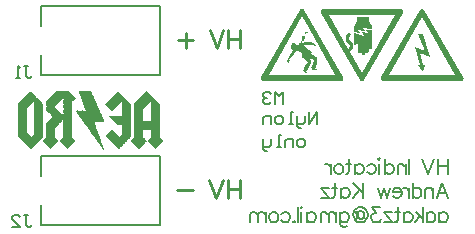
<source format=gbo>
G04*
G04 #@! TF.GenerationSoftware,Altium Limited,Altium Designer,20.0.11 (256)*
G04*
G04 Layer_Color=32896*
%FSLAX25Y25*%
%MOIN*%
G70*
G01*
G75*
%ADD11C,0.01000*%
%ADD13C,0.00700*%
%ADD34C,0.00600*%
%ADD35C,0.00800*%
G36*
X52265Y50527D02*
X52333D01*
Y50458D01*
X52402D01*
Y50389D01*
X52471D01*
Y50321D01*
X52540D01*
Y50252D01*
X52609D01*
Y50183D01*
X52678D01*
Y50114D01*
X52747D01*
Y50045D01*
X52816D01*
Y49976D01*
X52885D01*
Y49907D01*
X52954D01*
Y49838D01*
X53022D01*
Y49769D01*
X53091D01*
Y49700D01*
X53160D01*
Y49632D01*
X53229D01*
Y49563D01*
X53298D01*
Y49494D01*
X53367D01*
Y49425D01*
X53436D01*
Y49356D01*
X53505D01*
Y49287D01*
X53574D01*
Y49218D01*
X53642D01*
Y49149D01*
X53711D01*
Y49081D01*
X53780D01*
Y49012D01*
X53849D01*
Y48943D01*
X53918D01*
Y48874D01*
X53987D01*
Y48805D01*
X54056D01*
Y48736D01*
X54125D01*
Y48667D01*
X54194D01*
Y48598D01*
X54263D01*
Y48529D01*
X54331D01*
Y48460D01*
X54400D01*
Y48392D01*
X54469D01*
Y48323D01*
X54538D01*
Y48254D01*
X54607D01*
Y48185D01*
X54676D01*
Y48116D01*
X54745D01*
Y48047D01*
X54814D01*
Y47978D01*
X54883D01*
Y47909D01*
X54952D01*
Y47840D01*
X55020D01*
Y47771D01*
X55089D01*
Y47703D01*
X55158D01*
Y47634D01*
X55227D01*
Y47565D01*
X55296D01*
Y47496D01*
X55365D01*
Y47427D01*
X55434D01*
Y47358D01*
X55503D01*
Y47289D01*
X55572D01*
Y47220D01*
X55641D01*
Y47151D01*
X55709D01*
Y47082D01*
X55778D01*
Y47014D01*
X55847D01*
Y46945D01*
X55916D01*
Y46876D01*
X55985D01*
Y46807D01*
X56054D01*
Y46738D01*
X56123D01*
Y46669D01*
X56192D01*
Y46600D01*
X56261D01*
Y46531D01*
X56329D01*
Y46463D01*
X56398D01*
Y46394D01*
X56467D01*
Y46325D01*
X56536D01*
Y46256D01*
X56605D01*
Y46187D01*
X56674D01*
Y46118D01*
X56743D01*
Y46049D01*
X56674D01*
Y45980D01*
Y45911D01*
Y45842D01*
X56743D01*
Y45774D01*
X56674D01*
Y45705D01*
Y45636D01*
Y45567D01*
X56743D01*
Y45498D01*
X56674D01*
Y45429D01*
Y45360D01*
Y45291D01*
X56743D01*
Y45222D01*
X56674D01*
Y45153D01*
Y45085D01*
Y45016D01*
X56743D01*
Y44947D01*
X56674D01*
Y44878D01*
Y44809D01*
Y44740D01*
X56743D01*
Y44671D01*
X56674D01*
Y44602D01*
Y44533D01*
Y44464D01*
X56743D01*
Y44396D01*
X56674D01*
Y44327D01*
Y44258D01*
Y44189D01*
X56743D01*
Y44120D01*
X56674D01*
Y44051D01*
Y43982D01*
Y43913D01*
X56743D01*
Y43845D01*
X56674D01*
Y43776D01*
Y43707D01*
Y43638D01*
X56743D01*
Y43569D01*
X56674D01*
Y43500D01*
Y43431D01*
Y43362D01*
X56743D01*
Y43293D01*
X56674D01*
Y43224D01*
Y43156D01*
Y43087D01*
X56743D01*
Y43018D01*
X56674D01*
Y42949D01*
Y42880D01*
Y42811D01*
X56743D01*
Y42742D01*
X56674D01*
Y42673D01*
Y42604D01*
Y42535D01*
X56743D01*
Y42467D01*
X56674D01*
Y42398D01*
Y42329D01*
Y42260D01*
X56743D01*
Y42191D01*
X56674D01*
Y42122D01*
Y42053D01*
Y41984D01*
X56743D01*
Y41915D01*
X56674D01*
Y41846D01*
Y41778D01*
Y41709D01*
X56743D01*
Y41640D01*
X56674D01*
Y41571D01*
Y41502D01*
Y41433D01*
X56743D01*
Y41364D01*
X56674D01*
Y41295D01*
Y41227D01*
Y41158D01*
X56743D01*
Y41089D01*
X56674D01*
Y41020D01*
Y40951D01*
Y40882D01*
X56743D01*
Y40813D01*
X56674D01*
Y40744D01*
Y40675D01*
Y40606D01*
X56743D01*
Y40538D01*
X56674D01*
Y40469D01*
Y40400D01*
Y40331D01*
X56743D01*
Y40262D01*
X56674D01*
Y40193D01*
Y40124D01*
Y40055D01*
X56743D01*
Y39986D01*
X56674D01*
Y39917D01*
Y39849D01*
Y39780D01*
X56743D01*
Y39711D01*
X56674D01*
Y39642D01*
Y39573D01*
Y39504D01*
X56743D01*
Y39435D01*
X56674D01*
Y39366D01*
Y39297D01*
Y39228D01*
X56743D01*
Y39160D01*
X56674D01*
Y39091D01*
Y39022D01*
Y38953D01*
X56743D01*
Y38884D01*
X56674D01*
Y38815D01*
Y38746D01*
Y38677D01*
X56743D01*
Y38609D01*
X56674D01*
Y38540D01*
Y38471D01*
Y38402D01*
X56743D01*
Y38333D01*
X56674D01*
Y38264D01*
Y38195D01*
Y38126D01*
X56743D01*
Y38057D01*
X56674D01*
Y37988D01*
Y37920D01*
Y37851D01*
X56743D01*
Y37782D01*
X56674D01*
Y37713D01*
Y37644D01*
Y37575D01*
X56743D01*
Y37506D01*
X56674D01*
Y37437D01*
Y37368D01*
Y37299D01*
X56743D01*
Y37231D01*
X56674D01*
Y37162D01*
Y37093D01*
Y37024D01*
X56743D01*
Y36955D01*
X56674D01*
Y36886D01*
Y36817D01*
Y36748D01*
X56743D01*
Y36679D01*
X56674D01*
Y36610D01*
Y36542D01*
Y36473D01*
X56743D01*
Y36404D01*
X56674D01*
Y36335D01*
Y36266D01*
Y36197D01*
X56743D01*
Y36128D01*
X56674D01*
Y36059D01*
Y35991D01*
Y35922D01*
X56743D01*
Y35853D01*
X56674D01*
Y35784D01*
Y35715D01*
Y35646D01*
X56743D01*
Y35577D01*
X56674D01*
Y35508D01*
Y35439D01*
Y35370D01*
X56743D01*
Y35302D01*
X56674D01*
Y35233D01*
X56743D01*
Y35164D01*
X56812D01*
Y35095D01*
X56881D01*
Y35026D01*
X56950D01*
Y34957D01*
X57018D01*
Y34888D01*
X57087D01*
Y34819D01*
X57156D01*
Y34750D01*
X57225D01*
Y34681D01*
X57294D01*
Y34613D01*
X57363D01*
Y34544D01*
X57432D01*
Y34475D01*
X57501D01*
Y34406D01*
X57569D01*
Y34337D01*
X57638D01*
Y34268D01*
X57707D01*
Y34199D01*
X57776D01*
Y34130D01*
X57845D01*
Y34061D01*
X57914D01*
Y33992D01*
X57845D01*
Y33924D01*
X57776D01*
Y33855D01*
X57707D01*
Y33786D01*
X57638D01*
Y33717D01*
X57569D01*
Y33648D01*
X57501D01*
Y33579D01*
X57432D01*
Y33510D01*
X57363D01*
Y33441D01*
X57294D01*
Y33372D01*
X57225D01*
Y33304D01*
X57156D01*
Y33235D01*
X57087D01*
Y33166D01*
X57018D01*
Y33097D01*
X56950D01*
Y33028D01*
X56881D01*
Y32959D01*
X56812D01*
Y32890D01*
X56743D01*
Y32821D01*
X56674D01*
Y32752D01*
X56605D01*
Y32684D01*
X56536D01*
Y32615D01*
X56467D01*
Y32546D01*
X56398D01*
Y32477D01*
X56329D01*
Y32408D01*
X56261D01*
Y32339D01*
X56192D01*
Y32270D01*
X56123D01*
Y32201D01*
X56054D01*
Y32132D01*
X55985D01*
Y32063D01*
X55916D01*
Y31995D01*
X55847D01*
Y31926D01*
X55778D01*
Y31857D01*
X55709D01*
Y31788D01*
X55641D01*
Y31719D01*
X55572D01*
Y31650D01*
X55503D01*
Y31581D01*
X55434D01*
Y31512D01*
X55365D01*
Y31443D01*
X55296D01*
Y31374D01*
X55227D01*
Y31306D01*
X55158D01*
Y31374D01*
X55089D01*
Y31443D01*
X55020D01*
Y31512D01*
X54952D01*
Y31581D01*
X54883D01*
Y31650D01*
X54814D01*
Y31719D01*
X54745D01*
Y31788D01*
X54676D01*
Y31857D01*
X54607D01*
Y31926D01*
X54538D01*
Y31995D01*
X54469D01*
Y32063D01*
X54400D01*
Y32132D01*
X54331D01*
Y32201D01*
X54263D01*
Y32270D01*
X54194D01*
Y32339D01*
X54125D01*
Y32408D01*
X54056D01*
Y32477D01*
X53987D01*
Y32546D01*
X53918D01*
Y32615D01*
X53849D01*
Y32684D01*
X53780D01*
Y32752D01*
X53711D01*
Y32821D01*
X53642D01*
Y32890D01*
X53574D01*
Y32959D01*
X53505D01*
Y33028D01*
X53436D01*
Y33097D01*
X53367D01*
Y33166D01*
X53298D01*
Y33235D01*
X53229D01*
Y33304D01*
X53160D01*
Y33372D01*
X53091D01*
Y33441D01*
X53022D01*
Y33510D01*
X52954D01*
Y33579D01*
X52885D01*
Y33648D01*
X52816D01*
Y33717D01*
X52747D01*
Y33786D01*
X52678D01*
Y33855D01*
X52609D01*
Y33924D01*
X52540D01*
Y33992D01*
X52471D01*
Y34061D01*
X52540D01*
Y34130D01*
X52609D01*
Y34199D01*
X52678D01*
Y34268D01*
X52747D01*
Y34337D01*
X52816D01*
Y34406D01*
X52885D01*
Y34475D01*
X52954D01*
Y34544D01*
X53022D01*
Y34613D01*
X53091D01*
Y34681D01*
X53160D01*
Y34750D01*
X53229D01*
Y34819D01*
X53298D01*
Y34888D01*
X53367D01*
Y34957D01*
X53436D01*
Y35026D01*
X53505D01*
Y35095D01*
X53574D01*
Y35164D01*
X53642D01*
Y35233D01*
X53711D01*
Y35302D01*
X53642D01*
Y35370D01*
X53711D01*
Y35439D01*
Y35508D01*
Y35577D01*
X53642D01*
Y35646D01*
X53711D01*
Y35715D01*
Y35784D01*
Y35853D01*
X53642D01*
Y35922D01*
X53711D01*
Y35991D01*
Y36059D01*
Y36128D01*
X53642D01*
Y36197D01*
X53711D01*
Y36266D01*
Y36335D01*
Y36404D01*
X53642D01*
Y36473D01*
X53711D01*
Y36542D01*
Y36610D01*
Y36679D01*
X53642D01*
Y36748D01*
X53711D01*
Y36817D01*
Y36886D01*
Y36955D01*
X53642D01*
Y37024D01*
X53711D01*
Y37093D01*
Y37162D01*
Y37231D01*
X53642D01*
Y37299D01*
X53711D01*
Y37368D01*
Y37437D01*
Y37506D01*
X53642D01*
Y37575D01*
X53711D01*
Y37644D01*
X53642D01*
Y37713D01*
X51093D01*
Y37644D01*
X51162D01*
Y37575D01*
X51093D01*
Y37506D01*
X51162D01*
Y37437D01*
X51093D01*
Y37368D01*
X51162D01*
Y37299D01*
X51093D01*
Y37231D01*
X51162D01*
Y37162D01*
X51093D01*
Y37093D01*
X51162D01*
Y37024D01*
X51093D01*
Y36955D01*
X51162D01*
Y36886D01*
X51093D01*
Y36817D01*
X51162D01*
Y36748D01*
X51093D01*
Y36679D01*
X51162D01*
Y36610D01*
X51093D01*
Y36542D01*
X51162D01*
Y36473D01*
X51093D01*
Y36404D01*
X51162D01*
Y36335D01*
X51093D01*
Y36266D01*
X51162D01*
Y36197D01*
X51093D01*
Y36128D01*
X51162D01*
Y36059D01*
X51093D01*
Y35991D01*
X51162D01*
Y35922D01*
X51093D01*
Y35853D01*
X51162D01*
Y35784D01*
X51093D01*
Y35715D01*
X51162D01*
Y35646D01*
X51093D01*
Y35577D01*
X51162D01*
Y35508D01*
X51093D01*
Y35439D01*
X51162D01*
Y35370D01*
X51093D01*
Y35302D01*
X51162D01*
Y35233D01*
Y35164D01*
X51300D01*
Y35095D01*
Y35026D01*
X51438D01*
Y34957D01*
Y34888D01*
X51576D01*
Y34819D01*
Y34750D01*
X51714D01*
Y34681D01*
X51645D01*
Y34613D01*
X51851D01*
Y34544D01*
Y34475D01*
X51989D01*
Y34406D01*
X51920D01*
Y34337D01*
X52127D01*
Y34268D01*
Y34199D01*
X52265D01*
Y34130D01*
X52196D01*
Y34061D01*
X52402D01*
Y33992D01*
X52196D01*
Y33924D01*
X52265D01*
Y33855D01*
X52058D01*
Y33786D01*
X52127D01*
Y33717D01*
X51920D01*
Y33648D01*
X51989D01*
Y33579D01*
X51782D01*
Y33510D01*
X51851D01*
Y33441D01*
X51645D01*
Y33372D01*
X51714D01*
Y33304D01*
X51507D01*
Y33235D01*
X51576D01*
Y33166D01*
X51369D01*
Y33097D01*
X51438D01*
Y33028D01*
X51231D01*
Y32959D01*
X51300D01*
Y32890D01*
X51231D01*
Y32821D01*
X51162D01*
Y32752D01*
X51093D01*
Y32684D01*
X51025D01*
Y32752D01*
X50956D01*
Y32684D01*
X51025D01*
Y32615D01*
X50956D01*
Y32546D01*
X50887D01*
Y32477D01*
X50818D01*
Y32408D01*
X50749D01*
Y32477D01*
X50680D01*
Y32408D01*
X50749D01*
Y32339D01*
X50680D01*
Y32270D01*
X50611D01*
Y32201D01*
X50542D01*
Y32132D01*
X50473D01*
Y32201D01*
X50405D01*
Y32132D01*
X50473D01*
Y32063D01*
X50405D01*
Y31995D01*
X50336D01*
Y31926D01*
X50267D01*
Y31857D01*
X50198D01*
Y31926D01*
X50129D01*
Y31857D01*
X50198D01*
Y31788D01*
X50129D01*
Y31719D01*
X50060D01*
Y31650D01*
X49991D01*
Y31581D01*
X49922D01*
Y31512D01*
X49853D01*
Y31443D01*
X49784D01*
Y31374D01*
X49716D01*
Y31306D01*
X49647D01*
Y31374D01*
X49578D01*
Y31443D01*
X49509D01*
Y31512D01*
X49440D01*
Y31581D01*
X49371D01*
Y31650D01*
X49302D01*
Y31719D01*
X49233D01*
Y31788D01*
X49164D01*
Y31857D01*
X49095D01*
Y31926D01*
X49027D01*
Y31995D01*
X48958D01*
Y32063D01*
X48889D01*
Y32132D01*
X48820D01*
Y32201D01*
X48751D01*
Y32270D01*
X48682D01*
Y32339D01*
X48613D01*
Y32408D01*
X48544D01*
Y32477D01*
X48475D01*
Y32546D01*
X48406D01*
Y32615D01*
X48338D01*
Y32684D01*
X48269D01*
Y32752D01*
X48200D01*
Y32821D01*
X48131D01*
Y32890D01*
X48062D01*
Y32959D01*
X47993D01*
Y33028D01*
X47924D01*
Y33097D01*
X47855D01*
Y33166D01*
X47787D01*
Y33235D01*
X47718D01*
Y33304D01*
X47649D01*
Y33372D01*
X47580D01*
Y33441D01*
X47511D01*
Y33510D01*
X47442D01*
Y33579D01*
X47373D01*
Y33648D01*
X47304D01*
Y33717D01*
X47235D01*
Y33786D01*
X47166D01*
Y33855D01*
X47098D01*
Y33924D01*
X47029D01*
Y33992D01*
X46960D01*
Y34061D01*
X47029D01*
Y34130D01*
X47098D01*
Y34199D01*
X47166D01*
Y34268D01*
X47235D01*
Y34337D01*
X47304D01*
Y34406D01*
X47373D01*
Y34475D01*
X47442D01*
Y34544D01*
X47511D01*
Y34613D01*
X47580D01*
Y34681D01*
X47511D01*
Y34750D01*
X47718D01*
Y34819D01*
X47649D01*
Y34888D01*
X47855D01*
Y34957D01*
X47787D01*
Y35026D01*
X47924D01*
Y35095D01*
Y35164D01*
X48062D01*
Y35233D01*
Y35302D01*
X48131D01*
Y35370D01*
X48062D01*
Y35439D01*
X48131D01*
Y35508D01*
X48062D01*
Y35577D01*
X48131D01*
Y35646D01*
X48062D01*
Y35715D01*
X48131D01*
Y35784D01*
X48062D01*
Y35853D01*
X48131D01*
Y35922D01*
X48062D01*
Y35991D01*
X48131D01*
Y36059D01*
X48062D01*
Y36128D01*
X48131D01*
Y36197D01*
X48062D01*
Y36266D01*
X48131D01*
Y36335D01*
X48062D01*
Y36404D01*
X48131D01*
Y36473D01*
X48062D01*
Y36542D01*
X48131D01*
Y36610D01*
X48062D01*
Y36679D01*
X48131D01*
Y36748D01*
X48062D01*
Y36817D01*
X48131D01*
Y36886D01*
X48062D01*
Y36955D01*
X48131D01*
Y37024D01*
X48062D01*
Y37093D01*
X48131D01*
Y37162D01*
X48062D01*
Y37231D01*
X48131D01*
Y37299D01*
X48062D01*
Y37368D01*
X48131D01*
Y37437D01*
X48062D01*
Y37506D01*
X48131D01*
Y37575D01*
X48062D01*
Y37644D01*
X48131D01*
Y37713D01*
X48062D01*
Y37782D01*
X48131D01*
Y37851D01*
X48062D01*
Y37920D01*
X48131D01*
Y37988D01*
X48062D01*
Y38057D01*
X48131D01*
Y38126D01*
X48062D01*
Y38195D01*
X48131D01*
Y38264D01*
X48062D01*
Y38333D01*
X48131D01*
Y38402D01*
X48062D01*
Y38471D01*
X48131D01*
Y38540D01*
X48062D01*
Y38609D01*
X48131D01*
Y38677D01*
X48062D01*
Y38746D01*
X48131D01*
Y38815D01*
X48062D01*
Y38884D01*
X48131D01*
Y38953D01*
X48062D01*
Y39022D01*
X48131D01*
Y39091D01*
X48062D01*
Y39160D01*
X48131D01*
Y39228D01*
X48062D01*
Y39297D01*
X48131D01*
Y39366D01*
X48062D01*
Y39435D01*
X48131D01*
Y39504D01*
X48062D01*
Y39573D01*
X48131D01*
Y39642D01*
X48062D01*
Y39711D01*
X48131D01*
Y39780D01*
X48062D01*
Y39849D01*
X48131D01*
Y39917D01*
X48062D01*
Y39986D01*
X48131D01*
Y40055D01*
X48062D01*
Y40124D01*
X48131D01*
Y40193D01*
X48062D01*
Y40262D01*
X48131D01*
Y40331D01*
X48062D01*
Y40400D01*
X48131D01*
Y40469D01*
X48062D01*
Y40538D01*
X48131D01*
Y40606D01*
X48062D01*
Y40675D01*
X48131D01*
Y40744D01*
X48062D01*
Y40813D01*
X48131D01*
Y40882D01*
X48062D01*
Y40951D01*
X48131D01*
Y41020D01*
X48062D01*
Y41089D01*
X48131D01*
Y41158D01*
X48062D01*
Y41227D01*
X48131D01*
Y41295D01*
X48062D01*
Y41364D01*
X48131D01*
Y41433D01*
X48062D01*
Y41502D01*
X48131D01*
Y41571D01*
X48062D01*
Y41640D01*
X48131D01*
Y41709D01*
X48062D01*
Y41778D01*
X48131D01*
Y41846D01*
X48062D01*
Y41915D01*
X48131D01*
Y41984D01*
X48062D01*
Y42053D01*
X48131D01*
Y42122D01*
X48062D01*
Y42191D01*
X48131D01*
Y42260D01*
X48062D01*
Y42329D01*
X48131D01*
Y42398D01*
X48062D01*
Y42467D01*
X48131D01*
Y42535D01*
X48062D01*
Y42604D01*
X48131D01*
Y42673D01*
X48062D01*
Y42742D01*
X48131D01*
Y42811D01*
X48062D01*
Y42880D01*
X48131D01*
Y42949D01*
X48062D01*
Y43018D01*
X48131D01*
Y43087D01*
X48062D01*
Y43156D01*
X48131D01*
Y43224D01*
X48062D01*
Y43293D01*
X48131D01*
Y43362D01*
X48062D01*
Y43431D01*
X48131D01*
Y43500D01*
X48062D01*
Y43569D01*
X48131D01*
Y43638D01*
X48062D01*
Y43707D01*
X48131D01*
Y43776D01*
X48062D01*
Y43845D01*
X48131D01*
Y43913D01*
X48062D01*
Y43982D01*
X48131D01*
Y44051D01*
X48062D01*
Y44120D01*
X48131D01*
Y44189D01*
X48062D01*
Y44258D01*
X48131D01*
Y44327D01*
X48062D01*
Y44396D01*
X48131D01*
Y44464D01*
X48062D01*
Y44533D01*
X48131D01*
Y44602D01*
X48062D01*
Y44671D01*
X48131D01*
Y44740D01*
X48062D01*
Y44809D01*
X48131D01*
Y44878D01*
X48062D01*
Y44947D01*
X48131D01*
Y45016D01*
X48062D01*
Y45085D01*
X48131D01*
Y45153D01*
X48062D01*
Y45222D01*
X48131D01*
Y45291D01*
X48062D01*
Y45360D01*
X48131D01*
Y45429D01*
X48062D01*
Y45498D01*
X48131D01*
Y45567D01*
X48062D01*
Y45636D01*
X48131D01*
Y45705D01*
X48062D01*
Y45774D01*
X48131D01*
Y45842D01*
X48062D01*
Y45911D01*
X48131D01*
Y45980D01*
X48062D01*
Y46049D01*
X48131D01*
Y46118D01*
X48062D01*
Y46187D01*
X48131D01*
Y46256D01*
X48062D01*
Y46325D01*
X48131D01*
Y46394D01*
X48062D01*
Y46463D01*
X48131D01*
Y46531D01*
X48200D01*
Y46600D01*
X48269D01*
Y46669D01*
X48338D01*
Y46738D01*
X48406D01*
Y46807D01*
X48475D01*
Y46876D01*
X48544D01*
Y46945D01*
X48613D01*
Y47014D01*
X48682D01*
Y47082D01*
X48751D01*
Y47151D01*
X48820D01*
Y47220D01*
X48889D01*
Y47289D01*
X48958D01*
Y47358D01*
X49027D01*
Y47289D01*
X49095D01*
Y47358D01*
X49027D01*
Y47427D01*
X49095D01*
Y47496D01*
X49164D01*
Y47565D01*
X49233D01*
Y47634D01*
X49302D01*
Y47703D01*
X49371D01*
Y47771D01*
X49440D01*
Y47840D01*
X49509D01*
Y47909D01*
X49578D01*
Y47840D01*
X49647D01*
Y47909D01*
X49578D01*
Y47978D01*
X49647D01*
Y48047D01*
X49716D01*
Y48116D01*
X49784D01*
Y48185D01*
X49853D01*
Y48254D01*
X49922D01*
Y48323D01*
X49991D01*
Y48392D01*
X50060D01*
Y48460D01*
X50129D01*
Y48529D01*
X50198D01*
Y48598D01*
X50267D01*
Y48667D01*
X50336D01*
Y48736D01*
X50405D01*
Y48805D01*
X50473D01*
Y48874D01*
X50542D01*
Y48943D01*
X50611D01*
Y49012D01*
X50680D01*
Y48943D01*
X50749D01*
Y49012D01*
X50680D01*
Y49081D01*
X50749D01*
Y49149D01*
X50818D01*
Y49218D01*
X50887D01*
Y49287D01*
X50956D01*
Y49356D01*
X51025D01*
Y49425D01*
X51093D01*
Y49494D01*
X51162D01*
Y49563D01*
X51231D01*
Y49494D01*
X51300D01*
Y49563D01*
X51231D01*
Y49632D01*
X51300D01*
Y49700D01*
X51369D01*
Y49769D01*
X51438D01*
Y49838D01*
X51507D01*
Y49907D01*
X51576D01*
Y49976D01*
X51645D01*
Y50045D01*
X51714D01*
Y50114D01*
X51782D01*
Y50183D01*
X51851D01*
Y50252D01*
X51920D01*
Y50321D01*
X51989D01*
Y50389D01*
X52058D01*
Y50458D01*
X52127D01*
Y50527D01*
X52196D01*
Y50596D01*
X52265D01*
Y50527D01*
D02*
G37*
G36*
X33801D02*
Y50458D01*
Y50389D01*
X33870D01*
Y50321D01*
X33939D01*
Y50252D01*
Y50183D01*
Y50114D01*
X34007D01*
Y50045D01*
X34076D01*
Y49976D01*
X34007D01*
Y49907D01*
X34076D01*
Y49838D01*
X34145D01*
Y49769D01*
X34214D01*
Y49700D01*
X34145D01*
Y49632D01*
X34214D01*
Y49563D01*
X34283D01*
Y49494D01*
Y49425D01*
Y49356D01*
X34352D01*
Y49287D01*
Y49218D01*
X34421D01*
Y49149D01*
Y49081D01*
X34490D01*
Y49012D01*
X34421D01*
Y48943D01*
X34490D01*
Y48874D01*
X34559D01*
Y48805D01*
X34628D01*
Y48736D01*
X34559D01*
Y48667D01*
X34628D01*
Y48598D01*
X34696D01*
Y48529D01*
Y48460D01*
Y48392D01*
X34765D01*
Y48323D01*
Y48254D01*
X34834D01*
Y48185D01*
Y48116D01*
X34903D01*
Y48047D01*
X34834D01*
Y47978D01*
X34903D01*
Y47909D01*
X34972D01*
Y47840D01*
X35041D01*
Y47771D01*
X34972D01*
Y47703D01*
X35041D01*
Y47634D01*
X35110D01*
Y47565D01*
Y47496D01*
Y47427D01*
X35179D01*
Y47358D01*
Y47289D01*
X35317D01*
Y47220D01*
X35248D01*
Y47151D01*
X35317D01*
Y47082D01*
Y47014D01*
Y46945D01*
X35385D01*
Y46876D01*
X35454D01*
Y46807D01*
X35385D01*
Y46738D01*
X35454D01*
Y46669D01*
X35523D01*
Y46600D01*
X35592D01*
Y46531D01*
X35523D01*
Y46463D01*
X35592D01*
Y46394D01*
X35661D01*
Y46325D01*
Y46256D01*
Y46187D01*
X35730D01*
Y46118D01*
X35799D01*
Y46049D01*
Y45980D01*
Y45911D01*
X35868D01*
Y45842D01*
Y45774D01*
Y45705D01*
X35936D01*
Y45636D01*
X36005D01*
Y45567D01*
X35936D01*
Y45498D01*
X36005D01*
Y45429D01*
X36074D01*
Y45360D01*
X36143D01*
Y45291D01*
X36074D01*
Y45222D01*
X36143D01*
Y45153D01*
X36212D01*
Y45085D01*
Y45016D01*
Y44947D01*
X36281D01*
Y44878D01*
Y44809D01*
X36350D01*
Y44740D01*
Y44671D01*
X36419D01*
Y44602D01*
X36350D01*
Y44533D01*
X36419D01*
Y44464D01*
X36488D01*
Y44396D01*
X36557D01*
Y44327D01*
X36488D01*
Y44258D01*
X36557D01*
Y44189D01*
X36625D01*
Y44120D01*
Y44051D01*
Y43982D01*
X36694D01*
Y43913D01*
Y43845D01*
X36763D01*
Y43776D01*
Y43707D01*
X36832D01*
Y43638D01*
X36763D01*
Y43569D01*
X36832D01*
Y43500D01*
X36901D01*
Y43431D01*
X36970D01*
Y43362D01*
Y43293D01*
Y43224D01*
X37039D01*
Y43156D01*
X37108D01*
Y43087D01*
X37039D01*
Y43018D01*
X37108D01*
Y42949D01*
X37177D01*
Y42880D01*
X37246D01*
Y42811D01*
X37177D01*
Y42742D01*
X37246D01*
Y42673D01*
Y42604D01*
X37314D01*
Y42535D01*
Y42467D01*
X37383D01*
Y42398D01*
Y42329D01*
Y42260D01*
X37452D01*
Y42191D01*
X37521D01*
Y42122D01*
X37452D01*
Y42053D01*
X37521D01*
Y41984D01*
X37590D01*
Y41915D01*
X37659D01*
Y41846D01*
X37590D01*
Y41778D01*
X37659D01*
Y41709D01*
X37728D01*
Y41640D01*
Y41571D01*
Y41502D01*
X37797D01*
Y41433D01*
Y41364D01*
Y41295D01*
X37866D01*
Y41227D01*
X37934D01*
Y41158D01*
X37866D01*
Y41089D01*
X37934D01*
Y41020D01*
X38003D01*
Y40951D01*
X38072D01*
Y40882D01*
X38003D01*
Y40813D01*
X38072D01*
Y40744D01*
X38141D01*
Y40675D01*
Y40606D01*
Y40538D01*
X38210D01*
Y40469D01*
X38141D01*
Y40400D01*
X38072D01*
Y40469D01*
X38003D01*
Y40400D01*
X37797D01*
Y40469D01*
X37728D01*
Y40400D01*
X37521D01*
Y40469D01*
X37452D01*
Y40400D01*
X37246D01*
Y40469D01*
X37177D01*
Y40400D01*
X36970D01*
Y40469D01*
X36901D01*
Y40400D01*
X36694D01*
Y40469D01*
X36625D01*
Y40400D01*
X36419D01*
Y40469D01*
X36350D01*
Y40400D01*
X36143D01*
Y40469D01*
X36074D01*
Y40400D01*
X35868D01*
Y40469D01*
X35799D01*
Y40400D01*
X35592D01*
Y40469D01*
X35523D01*
Y40400D01*
X35317D01*
Y40469D01*
X35248D01*
Y40400D01*
X35041D01*
Y40469D01*
X34972D01*
Y40400D01*
X34903D01*
Y40331D01*
X34834D01*
Y40262D01*
X34903D01*
Y40193D01*
Y40124D01*
X34972D01*
Y40055D01*
Y39986D01*
X35041D01*
Y39917D01*
X34972D01*
Y39849D01*
X35041D01*
Y39780D01*
Y39711D01*
Y39642D01*
X35110D01*
Y39573D01*
X35179D01*
Y39504D01*
X35110D01*
Y39435D01*
X35179D01*
Y39366D01*
Y39297D01*
X35248D01*
Y39228D01*
Y39160D01*
X35317D01*
Y39091D01*
X35248D01*
Y39022D01*
X35317D01*
Y38953D01*
Y38884D01*
X35385D01*
Y38815D01*
Y38746D01*
X35454D01*
Y38677D01*
X35385D01*
Y38609D01*
X35454D01*
Y38540D01*
X35523D01*
Y38471D01*
X35592D01*
Y38402D01*
X35523D01*
Y38333D01*
X35592D01*
Y38264D01*
X35523D01*
Y38195D01*
X35592D01*
Y38126D01*
X35661D01*
Y38057D01*
Y37988D01*
Y37920D01*
X35730D01*
Y37851D01*
X35661D01*
Y37782D01*
X35730D01*
Y37713D01*
X35799D01*
Y37644D01*
X35868D01*
Y37575D01*
X35799D01*
Y37506D01*
X35868D01*
Y37437D01*
X35799D01*
Y37368D01*
X35868D01*
Y37299D01*
X35936D01*
Y37231D01*
X36005D01*
Y37162D01*
X35936D01*
Y37093D01*
X36005D01*
Y37024D01*
Y36955D01*
Y36886D01*
X36074D01*
Y36817D01*
X36143D01*
Y36748D01*
X36074D01*
Y36679D01*
X36143D01*
Y36610D01*
Y36542D01*
Y36473D01*
X36212D01*
Y36404D01*
X36281D01*
Y36335D01*
X36212D01*
Y36266D01*
X36281D01*
Y36197D01*
X36350D01*
Y36128D01*
X36281D01*
Y36059D01*
X36350D01*
Y35991D01*
X36419D01*
Y35922D01*
X36350D01*
Y35853D01*
X36419D01*
Y35784D01*
X36488D01*
Y35715D01*
Y35646D01*
Y35577D01*
X36557D01*
Y35508D01*
X36488D01*
Y35439D01*
X36557D01*
Y35370D01*
X36625D01*
Y35302D01*
Y35233D01*
Y35164D01*
X36694D01*
Y35095D01*
Y35026D01*
Y34957D01*
X36763D01*
Y34888D01*
Y34819D01*
Y34750D01*
X36832D01*
Y34681D01*
X36763D01*
Y34613D01*
X36832D01*
Y34544D01*
X36901D01*
Y34475D01*
Y34406D01*
Y34337D01*
X36970D01*
Y34268D01*
Y34199D01*
Y34130D01*
X37039D01*
Y34061D01*
Y33992D01*
Y33924D01*
X37108D01*
Y33855D01*
Y33786D01*
Y33717D01*
X37177D01*
Y33648D01*
X37246D01*
Y33579D01*
X37177D01*
Y33510D01*
X37246D01*
Y33441D01*
Y33372D01*
Y33304D01*
X37314D01*
Y33235D01*
X37383D01*
Y33166D01*
X37314D01*
Y33097D01*
X37383D01*
Y33028D01*
Y32959D01*
X37521D01*
Y32890D01*
X37452D01*
Y32821D01*
X37521D01*
Y32752D01*
X37452D01*
Y32684D01*
X37521D01*
Y32615D01*
Y32546D01*
X37590D01*
Y32477D01*
Y32408D01*
X37659D01*
Y32339D01*
X37590D01*
Y32270D01*
X37659D01*
Y32201D01*
Y32132D01*
X37797D01*
Y32063D01*
X37728D01*
Y31995D01*
X37797D01*
Y31926D01*
X37728D01*
Y31857D01*
X37797D01*
Y31788D01*
X37866D01*
Y31719D01*
Y31650D01*
Y31581D01*
X37934D01*
Y31512D01*
X37866D01*
Y31443D01*
X37934D01*
Y31374D01*
X38003D01*
Y31306D01*
X38072D01*
Y31237D01*
X38003D01*
Y31168D01*
X38072D01*
Y31099D01*
X38003D01*
Y31030D01*
X38072D01*
Y30961D01*
X38141D01*
Y30892D01*
X38210D01*
Y30823D01*
X38141D01*
Y30755D01*
X38072D01*
Y30823D01*
X38003D01*
Y30892D01*
X37934D01*
Y30961D01*
X37866D01*
Y31030D01*
Y31099D01*
X37797D01*
Y31168D01*
Y31237D01*
X37728D01*
Y31306D01*
X37659D01*
Y31374D01*
X37590D01*
Y31443D01*
Y31512D01*
X37452D01*
Y31581D01*
X37521D01*
Y31650D01*
X37452D01*
Y31719D01*
X37383D01*
Y31788D01*
X37314D01*
Y31857D01*
X37246D01*
Y31926D01*
X37177D01*
Y31995D01*
Y32063D01*
X37108D01*
Y32132D01*
Y32201D01*
X37039D01*
Y32270D01*
X36970D01*
Y32339D01*
X36901D01*
Y32408D01*
X36970D01*
Y32477D01*
X36763D01*
Y32546D01*
X36832D01*
Y32615D01*
X36763D01*
Y32684D01*
X36694D01*
Y32752D01*
X36625D01*
Y32821D01*
X36557D01*
Y32890D01*
X36488D01*
Y32959D01*
Y33028D01*
X36419D01*
Y33097D01*
Y33166D01*
X36350D01*
Y33235D01*
X36281D01*
Y33304D01*
X36212D01*
Y33372D01*
X36143D01*
Y33441D01*
X36074D01*
Y33510D01*
X36143D01*
Y33579D01*
X36074D01*
Y33648D01*
X36005D01*
Y33717D01*
X35936D01*
Y33786D01*
X35868D01*
Y33855D01*
X35799D01*
Y33924D01*
X35730D01*
Y33992D01*
Y34061D01*
Y34130D01*
X35661D01*
Y34199D01*
X35592D01*
Y34268D01*
X35523D01*
Y34337D01*
X35454D01*
Y34406D01*
X35385D01*
Y34475D01*
X35454D01*
Y34544D01*
X35385D01*
Y34613D01*
X35317D01*
Y34681D01*
X35248D01*
Y34750D01*
X35179D01*
Y34819D01*
X35110D01*
Y34888D01*
X35041D01*
Y34957D01*
Y35026D01*
Y35095D01*
X34972D01*
Y35164D01*
X34903D01*
Y35233D01*
X34834D01*
Y35302D01*
X34765D01*
Y35370D01*
X34696D01*
Y35439D01*
X34765D01*
Y35508D01*
X34696D01*
Y35577D01*
X34628D01*
Y35646D01*
X34559D01*
Y35715D01*
X34490D01*
Y35784D01*
X34421D01*
Y35853D01*
X34352D01*
Y35922D01*
X34283D01*
Y35991D01*
X34352D01*
Y36059D01*
X34283D01*
Y36128D01*
X34214D01*
Y36197D01*
X34145D01*
Y36266D01*
X34076D01*
Y36335D01*
X34007D01*
Y36404D01*
X34076D01*
Y36473D01*
X33870D01*
Y36542D01*
X33939D01*
Y36610D01*
X33870D01*
Y36679D01*
X33801D01*
Y36748D01*
X33732D01*
Y36817D01*
X33663D01*
Y36886D01*
Y36955D01*
Y37024D01*
X33525D01*
Y37093D01*
Y37162D01*
X33456D01*
Y37231D01*
X33387D01*
Y37299D01*
X33318D01*
Y37368D01*
X33387D01*
Y37437D01*
X33181D01*
Y37506D01*
X33250D01*
Y37575D01*
X33181D01*
Y37644D01*
X33112D01*
Y37713D01*
X33043D01*
Y37782D01*
X32974D01*
Y37851D01*
X32905D01*
Y37920D01*
X32974D01*
Y37988D01*
X32836D01*
Y38057D01*
Y38126D01*
X32767D01*
Y38195D01*
X32699D01*
Y38264D01*
X32630D01*
Y38333D01*
Y38402D01*
X32492D01*
Y38471D01*
X32561D01*
Y38540D01*
X32492D01*
Y38609D01*
X32423D01*
Y38677D01*
X32354D01*
Y38746D01*
X32285D01*
Y38815D01*
X32216D01*
Y38884D01*
Y38953D01*
X32147D01*
Y39022D01*
Y39091D01*
X32078D01*
Y39160D01*
X32010D01*
Y39228D01*
X31941D01*
Y39297D01*
Y39366D01*
X31803D01*
Y39435D01*
X31872D01*
Y39504D01*
X31803D01*
Y39573D01*
X31734D01*
Y39642D01*
X31665D01*
Y39711D01*
X31596D01*
Y39780D01*
X31527D01*
Y39849D01*
Y39917D01*
X31458D01*
Y39986D01*
Y40055D01*
X31389D01*
Y40124D01*
X31321D01*
Y40193D01*
X31252D01*
Y40262D01*
Y40331D01*
X31114D01*
Y40400D01*
X31183D01*
Y40469D01*
X31114D01*
Y40538D01*
X31045D01*
Y40606D01*
X30976D01*
Y40675D01*
X30907D01*
Y40744D01*
X30838D01*
Y40813D01*
Y40882D01*
X30769D01*
Y40951D01*
Y41020D01*
X30700D01*
Y41089D01*
X30632D01*
Y41158D01*
X30563D01*
Y41227D01*
Y41295D01*
X30425D01*
Y41364D01*
X30494D01*
Y41433D01*
X30425D01*
Y41502D01*
X30356D01*
Y41571D01*
X30287D01*
Y41640D01*
X30218D01*
Y41709D01*
X30149D01*
Y41778D01*
Y41846D01*
X30081D01*
Y41915D01*
Y41984D01*
X30012D01*
Y42053D01*
X29943D01*
Y42122D01*
X29874D01*
Y42191D01*
X29805D01*
Y42260D01*
X29736D01*
Y42329D01*
X29805D01*
Y42398D01*
X29736D01*
Y42467D01*
X29667D01*
Y42535D01*
X29598D01*
Y42604D01*
X29529D01*
Y42673D01*
X29460D01*
Y42742D01*
X29392D01*
Y42811D01*
Y42880D01*
Y42949D01*
X29323D01*
Y43018D01*
X29254D01*
Y43087D01*
X29185D01*
Y43156D01*
X29116D01*
Y43224D01*
X29047D01*
Y43293D01*
X29116D01*
Y43362D01*
X28909D01*
Y43431D01*
X28978D01*
Y43500D01*
X28909D01*
Y43569D01*
X28840D01*
Y43638D01*
X28771D01*
Y43707D01*
X28703D01*
Y43776D01*
Y43845D01*
Y43913D01*
X28634D01*
Y43982D01*
X28565D01*
Y44051D01*
X28496D01*
Y44120D01*
X28565D01*
Y44189D01*
X28634D01*
Y44120D01*
X28703D01*
Y44189D01*
X28634D01*
Y44258D01*
X28703D01*
Y44189D01*
X28771D01*
Y44120D01*
X28840D01*
Y44189D01*
X28909D01*
Y44120D01*
X28978D01*
Y44189D01*
X28909D01*
Y44258D01*
X28978D01*
Y44189D01*
X29047D01*
Y44120D01*
X29116D01*
Y44189D01*
X29185D01*
Y44120D01*
X29254D01*
Y44189D01*
X29185D01*
Y44258D01*
X29254D01*
Y44189D01*
X29323D01*
Y44120D01*
X29392D01*
Y44189D01*
X29460D01*
Y44120D01*
X29529D01*
Y44189D01*
X29460D01*
Y44258D01*
X29529D01*
Y44189D01*
X29598D01*
Y44120D01*
X29667D01*
Y44189D01*
X29736D01*
Y44120D01*
X29805D01*
Y44189D01*
X29736D01*
Y44258D01*
X29805D01*
Y44189D01*
X29874D01*
Y44120D01*
X29943D01*
Y44189D01*
X30012D01*
Y44120D01*
X30081D01*
Y44189D01*
X30012D01*
Y44258D01*
X30081D01*
Y44189D01*
X30149D01*
Y44120D01*
X30218D01*
Y44189D01*
X30287D01*
Y44120D01*
X30356D01*
Y44189D01*
X30287D01*
Y44258D01*
X30356D01*
Y44189D01*
X30425D01*
Y44120D01*
X30494D01*
Y44189D01*
X30563D01*
Y44120D01*
X30632D01*
Y44189D01*
X30563D01*
Y44258D01*
X30632D01*
Y44189D01*
X30700D01*
Y44120D01*
X30769D01*
Y44189D01*
X30838D01*
Y44120D01*
X30907D01*
Y44189D01*
X30838D01*
Y44258D01*
X30907D01*
Y44189D01*
X30976D01*
Y44120D01*
X31045D01*
Y44189D01*
X31114D01*
Y44120D01*
X31183D01*
Y44189D01*
X31114D01*
Y44258D01*
X31183D01*
Y44189D01*
X31252D01*
Y44120D01*
X31321D01*
Y44189D01*
X31389D01*
Y44120D01*
X31458D01*
Y44189D01*
X31389D01*
Y44258D01*
X31458D01*
Y44189D01*
X31527D01*
Y44120D01*
X31596D01*
Y44189D01*
X31665D01*
Y44120D01*
X31734D01*
Y44189D01*
X31665D01*
Y44258D01*
X31734D01*
Y44189D01*
X31803D01*
Y44120D01*
X31872D01*
Y44189D01*
X31941D01*
Y44258D01*
X31872D01*
Y44327D01*
X31803D01*
Y44396D01*
X31872D01*
Y44464D01*
X31803D01*
Y44533D01*
Y44602D01*
Y44671D01*
X31734D01*
Y44740D01*
X31665D01*
Y44809D01*
X31734D01*
Y44878D01*
X31665D01*
Y44947D01*
X31596D01*
Y45016D01*
Y45085D01*
Y45153D01*
X31527D01*
Y45222D01*
X31596D01*
Y45291D01*
X31527D01*
Y45360D01*
X31458D01*
Y45429D01*
Y45498D01*
Y45567D01*
X31389D01*
Y45636D01*
X31458D01*
Y45705D01*
X31389D01*
Y45774D01*
X31321D01*
Y45842D01*
Y45911D01*
Y45980D01*
X31252D01*
Y46049D01*
Y46118D01*
Y46187D01*
X31183D01*
Y46256D01*
X31114D01*
Y46325D01*
X31183D01*
Y46394D01*
X31114D01*
Y46463D01*
Y46531D01*
Y46600D01*
X31045D01*
Y46669D01*
X30976D01*
Y46738D01*
X31045D01*
Y46807D01*
X30976D01*
Y46876D01*
X30907D01*
Y46945D01*
X30838D01*
Y47014D01*
X30907D01*
Y47082D01*
X30838D01*
Y47151D01*
Y47220D01*
Y47289D01*
X30769D01*
Y47358D01*
X30700D01*
Y47427D01*
X30769D01*
Y47496D01*
X30700D01*
Y47565D01*
Y47634D01*
X30632D01*
Y47703D01*
Y47771D01*
X30563D01*
Y47840D01*
X30632D01*
Y47909D01*
X30563D01*
Y47978D01*
X30494D01*
Y48047D01*
Y48116D01*
Y48185D01*
X30425D01*
Y48254D01*
X30494D01*
Y48323D01*
X30425D01*
Y48392D01*
X30356D01*
Y48460D01*
Y48529D01*
Y48598D01*
X30287D01*
Y48667D01*
X30356D01*
Y48736D01*
X30287D01*
Y48805D01*
X30218D01*
Y48874D01*
X30149D01*
Y48943D01*
X30218D01*
Y49012D01*
X30149D01*
Y49081D01*
Y49149D01*
Y49218D01*
X30081D01*
Y49287D01*
X30012D01*
Y49356D01*
X30081D01*
Y49425D01*
X30012D01*
Y49494D01*
X29943D01*
Y49563D01*
Y49632D01*
Y49700D01*
X29874D01*
Y49769D01*
X29943D01*
Y49838D01*
X29874D01*
Y49907D01*
X29805D01*
Y49976D01*
X29736D01*
Y50045D01*
X29805D01*
Y50114D01*
X29736D01*
Y50183D01*
Y50252D01*
Y50321D01*
X29667D01*
Y50389D01*
X29598D01*
Y50458D01*
X29667D01*
Y50527D01*
X29598D01*
Y50596D01*
X33801D01*
Y50527D01*
D02*
G37*
G36*
X42826Y50458D02*
X42895D01*
Y50389D01*
X42964D01*
Y50321D01*
X43102D01*
Y50252D01*
Y50183D01*
X43170D01*
Y50114D01*
X43239D01*
Y50045D01*
X43377D01*
Y49976D01*
Y49907D01*
X43446D01*
Y49838D01*
X43515D01*
Y49769D01*
X43653D01*
Y49700D01*
Y49632D01*
X43722D01*
Y49563D01*
X43791D01*
Y49494D01*
X43928D01*
Y49425D01*
Y49356D01*
X43997D01*
Y49287D01*
X44066D01*
Y49218D01*
X44204D01*
Y49149D01*
Y49081D01*
X44273D01*
Y49012D01*
X44342D01*
Y48943D01*
X44480D01*
Y48874D01*
Y48805D01*
X44548D01*
Y48736D01*
X44617D01*
Y48667D01*
X44755D01*
Y48598D01*
Y48529D01*
X44824D01*
Y48460D01*
X44893D01*
Y48392D01*
X45031D01*
Y48323D01*
Y48254D01*
X45100D01*
Y48185D01*
X45169D01*
Y48116D01*
X45306D01*
Y48047D01*
Y47978D01*
X45375D01*
Y47909D01*
X45444D01*
Y47840D01*
X45582D01*
Y47771D01*
Y47703D01*
X45651D01*
Y47634D01*
X45720D01*
Y47565D01*
X45857D01*
Y47496D01*
Y47427D01*
X45926D01*
Y47358D01*
X45995D01*
Y47289D01*
X46133D01*
Y47220D01*
Y47151D01*
X46202D01*
Y47082D01*
X46271D01*
Y47014D01*
X46409D01*
Y46945D01*
Y46876D01*
X46477D01*
Y46807D01*
X46546D01*
Y46738D01*
X46684D01*
Y46669D01*
Y46600D01*
X46753D01*
Y46531D01*
X46822D01*
Y46463D01*
X46891D01*
Y46394D01*
X46960D01*
Y46325D01*
X46891D01*
Y46256D01*
X46960D01*
Y46187D01*
X46891D01*
Y46118D01*
X46960D01*
Y46049D01*
X46891D01*
Y45980D01*
X46960D01*
Y45911D01*
X46891D01*
Y45842D01*
X46960D01*
Y45774D01*
X46891D01*
Y45705D01*
X46960D01*
Y45636D01*
X46891D01*
Y45567D01*
X46960D01*
Y45498D01*
X46891D01*
Y45429D01*
X46960D01*
Y45360D01*
X46891D01*
Y45291D01*
X46960D01*
Y45222D01*
X46891D01*
Y45153D01*
X46960D01*
Y45085D01*
X46891D01*
Y45016D01*
X46960D01*
Y44947D01*
X46891D01*
Y44878D01*
X46960D01*
Y44809D01*
X46891D01*
Y44740D01*
X46960D01*
Y44671D01*
X46891D01*
Y44602D01*
X46960D01*
Y44533D01*
X46891D01*
Y44464D01*
X46960D01*
Y44396D01*
X46891D01*
Y44327D01*
X46960D01*
Y44258D01*
X46891D01*
Y44189D01*
X46960D01*
Y44120D01*
X46891D01*
Y44051D01*
X46960D01*
Y43982D01*
X46891D01*
Y43913D01*
X46960D01*
Y43845D01*
X46891D01*
Y43776D01*
X46960D01*
Y43707D01*
X46891D01*
Y43638D01*
X46960D01*
Y43569D01*
X46891D01*
Y43500D01*
X46960D01*
Y43431D01*
X46891D01*
Y43362D01*
X46960D01*
Y43293D01*
X46891D01*
Y43224D01*
X46960D01*
Y43156D01*
X46891D01*
Y43087D01*
X46960D01*
Y43018D01*
X46891D01*
Y42949D01*
X46960D01*
Y42880D01*
X46891D01*
Y42811D01*
X46960D01*
Y42742D01*
X46891D01*
Y42673D01*
X46960D01*
Y42604D01*
X46891D01*
Y42535D01*
X46960D01*
Y42467D01*
X46891D01*
Y42398D01*
X46960D01*
Y42329D01*
X46891D01*
Y42260D01*
X46960D01*
Y42191D01*
X46891D01*
Y42122D01*
X46960D01*
Y42053D01*
X46891D01*
Y41984D01*
X46960D01*
Y41915D01*
X46891D01*
Y41846D01*
X46960D01*
Y41778D01*
X46891D01*
Y41709D01*
X46960D01*
Y41640D01*
X46891D01*
Y41571D01*
X46960D01*
Y41502D01*
X46891D01*
Y41433D01*
X46960D01*
Y41364D01*
X46891D01*
Y41295D01*
X46960D01*
Y41227D01*
X46891D01*
Y41158D01*
X46960D01*
Y41089D01*
X46891D01*
Y41020D01*
X46960D01*
Y40951D01*
X46891D01*
Y40882D01*
X46960D01*
Y40813D01*
X46891D01*
Y40744D01*
X46960D01*
Y40675D01*
X46891D01*
Y40606D01*
X46960D01*
Y40538D01*
X46891D01*
Y40469D01*
X46960D01*
Y40400D01*
X46891D01*
Y40331D01*
X46960D01*
Y40262D01*
X46891D01*
Y40193D01*
X46960D01*
Y40124D01*
X46891D01*
Y40055D01*
X46960D01*
Y39986D01*
X46891D01*
Y39917D01*
X46960D01*
Y39849D01*
X46891D01*
Y39780D01*
X46960D01*
Y39711D01*
X46891D01*
Y39642D01*
X46960D01*
Y39573D01*
X46891D01*
Y39504D01*
X46960D01*
Y39435D01*
X46891D01*
Y39366D01*
X46960D01*
Y39297D01*
X46891D01*
Y39228D01*
X46960D01*
Y39160D01*
X46891D01*
Y39091D01*
X46960D01*
Y39022D01*
X46891D01*
Y38953D01*
X46960D01*
Y38884D01*
X46891D01*
Y38815D01*
X46960D01*
Y38746D01*
X46891D01*
Y38677D01*
X46960D01*
Y38609D01*
X46891D01*
Y38540D01*
X46960D01*
Y38471D01*
X46891D01*
Y38402D01*
X46960D01*
Y38333D01*
X46891D01*
Y38264D01*
X46960D01*
Y38195D01*
X46891D01*
Y38126D01*
X46960D01*
Y38057D01*
X46891D01*
Y37988D01*
X46960D01*
Y37920D01*
X46891D01*
Y37851D01*
X46960D01*
Y37782D01*
X46891D01*
Y37713D01*
X46960D01*
Y37644D01*
X46891D01*
Y37575D01*
X46960D01*
Y37506D01*
X46891D01*
Y37437D01*
X46960D01*
Y37368D01*
X46891D01*
Y37299D01*
X46960D01*
Y37231D01*
X46891D01*
Y37162D01*
X46960D01*
Y37093D01*
X46891D01*
Y37024D01*
X46960D01*
Y36955D01*
X46891D01*
Y36886D01*
X46960D01*
Y36817D01*
X46891D01*
Y36748D01*
X46960D01*
Y36679D01*
X46891D01*
Y36610D01*
X46960D01*
Y36542D01*
X46891D01*
Y36473D01*
X46960D01*
Y36404D01*
X46891D01*
Y36335D01*
X46960D01*
Y36266D01*
X46891D01*
Y36197D01*
X46960D01*
Y36128D01*
X46891D01*
Y36059D01*
X46960D01*
Y35991D01*
X46891D01*
Y35922D01*
X46960D01*
Y35853D01*
X46891D01*
Y35784D01*
X46960D01*
Y35715D01*
X46891D01*
Y35646D01*
X46960D01*
Y35577D01*
X46891D01*
Y35508D01*
X46960D01*
Y35439D01*
X46891D01*
Y35370D01*
X46960D01*
Y35302D01*
X46891D01*
Y35233D01*
X46822D01*
Y35164D01*
X46891D01*
Y35095D01*
X46684D01*
Y35026D01*
X46753D01*
Y34957D01*
X46546D01*
Y34888D01*
X46615D01*
Y34819D01*
X46409D01*
Y34750D01*
X46477D01*
Y34681D01*
X46271D01*
Y34613D01*
X46340D01*
Y34544D01*
X46133D01*
Y34475D01*
X46202D01*
Y34406D01*
X45995D01*
Y34337D01*
X46064D01*
Y34268D01*
X45857D01*
Y34199D01*
X45926D01*
Y34130D01*
X45720D01*
Y34061D01*
X45788D01*
Y33992D01*
X45582D01*
Y33924D01*
X45651D01*
Y33855D01*
X45444D01*
Y33786D01*
X45513D01*
Y33717D01*
X45306D01*
Y33648D01*
X45375D01*
Y33579D01*
X45169D01*
Y33510D01*
X45237D01*
Y33441D01*
X45031D01*
Y33372D01*
X45100D01*
Y33304D01*
X44893D01*
Y33235D01*
X44962D01*
Y33166D01*
X44755D01*
Y33097D01*
X44824D01*
Y33028D01*
X44617D01*
Y32959D01*
X44686D01*
Y32890D01*
X44480D01*
Y32821D01*
X44548D01*
Y32752D01*
X44342D01*
Y32684D01*
X44411D01*
Y32615D01*
X44204D01*
Y32546D01*
X44273D01*
Y32477D01*
X44066D01*
Y32408D01*
X44135D01*
Y32339D01*
X43928D01*
Y32270D01*
X43997D01*
Y32201D01*
X43791D01*
Y32132D01*
X43859D01*
Y32063D01*
X43791D01*
Y31995D01*
X43722D01*
Y31926D01*
X43653D01*
Y31857D01*
X43584D01*
Y31926D01*
X43515D01*
Y31857D01*
X43584D01*
Y31788D01*
X43515D01*
Y31719D01*
X43446D01*
Y31650D01*
X43377D01*
Y31581D01*
X43308D01*
Y31650D01*
X43239D01*
Y31581D01*
X43308D01*
Y31512D01*
X43239D01*
Y31443D01*
X43170D01*
Y31374D01*
X43102D01*
Y31306D01*
X43033D01*
Y31374D01*
X42964D01*
Y31443D01*
X42895D01*
Y31512D01*
X42826D01*
Y31581D01*
X42757D01*
Y31650D01*
X42688D01*
Y31719D01*
X42619D01*
Y31788D01*
X42413D01*
Y31857D01*
X42482D01*
Y31926D01*
X42413D01*
Y31995D01*
X42344D01*
Y32063D01*
X42137D01*
Y32132D01*
X42206D01*
Y32201D01*
X41999D01*
Y32270D01*
X42068D01*
Y32339D01*
X41862D01*
Y32408D01*
X41930D01*
Y32477D01*
X41862D01*
Y32546D01*
X41793D01*
Y32615D01*
X41586D01*
Y32684D01*
X41655D01*
Y32752D01*
X41448D01*
Y32821D01*
X41517D01*
Y32890D01*
X41310D01*
Y32959D01*
X41379D01*
Y33028D01*
X41310D01*
Y33097D01*
X41241D01*
Y33166D01*
X41035D01*
Y33235D01*
X41104D01*
Y33304D01*
X40897D01*
Y33372D01*
X40966D01*
Y33441D01*
X40759D01*
Y33510D01*
X40828D01*
Y33579D01*
X40621D01*
Y33648D01*
X40690D01*
Y33717D01*
X40484D01*
Y33786D01*
X40552D01*
Y33855D01*
X40346D01*
Y33924D01*
X40415D01*
Y33992D01*
X40208D01*
Y34061D01*
X40277D01*
Y34130D01*
X40070D01*
Y34199D01*
X40139D01*
Y34268D01*
X39932D01*
Y34337D01*
X40001D01*
Y34406D01*
X39795D01*
Y34475D01*
Y34544D01*
X39657D01*
Y34613D01*
X39726D01*
Y34681D01*
X39519D01*
Y34750D01*
Y34819D01*
X39381D01*
Y34888D01*
X39450D01*
Y34957D01*
X39244D01*
Y35026D01*
Y35095D01*
X39106D01*
Y35164D01*
X39175D01*
Y35233D01*
X38968D01*
Y35302D01*
Y35370D01*
X38830D01*
Y35439D01*
X38899D01*
Y35508D01*
X38692D01*
Y35577D01*
Y35646D01*
X38555D01*
Y35715D01*
X38623D01*
Y35784D01*
X38692D01*
Y35853D01*
X38761D01*
Y35922D01*
Y35991D01*
X38899D01*
Y36059D01*
Y36128D01*
X39037D01*
Y36197D01*
Y36266D01*
X39175D01*
Y36335D01*
X39244D01*
Y36404D01*
X39312D01*
Y36473D01*
X39381D01*
Y36542D01*
X39450D01*
Y36610D01*
X39519D01*
Y36679D01*
X39588D01*
Y36748D01*
X39657D01*
Y36817D01*
X39726D01*
Y36886D01*
X39795D01*
Y36955D01*
X39863D01*
Y37024D01*
X39932D01*
Y37093D01*
X40001D01*
Y37162D01*
X40070D01*
Y37231D01*
X40139D01*
Y37299D01*
X40208D01*
Y37368D01*
X40277D01*
Y37437D01*
X40346D01*
Y37506D01*
X40415D01*
Y37575D01*
X40484D01*
Y37644D01*
X40552D01*
Y37713D01*
X40621D01*
Y37782D01*
X40690D01*
Y37851D01*
X40759D01*
Y37782D01*
X40897D01*
Y37713D01*
Y37644D01*
X41104D01*
Y37575D01*
X41035D01*
Y37506D01*
X41104D01*
Y37437D01*
X41173D01*
Y37368D01*
X41379D01*
Y37299D01*
X41310D01*
Y37231D01*
X41448D01*
Y37162D01*
Y37093D01*
X41655D01*
Y37024D01*
X41586D01*
Y36955D01*
X41724D01*
Y36886D01*
Y36817D01*
X41930D01*
Y36748D01*
X41862D01*
Y36679D01*
X41999D01*
Y36610D01*
Y36542D01*
X42206D01*
Y36473D01*
X42137D01*
Y36404D01*
X42206D01*
Y36335D01*
X42275D01*
Y36266D01*
X42482D01*
Y36197D01*
X42413D01*
Y36128D01*
X42551D01*
Y36059D01*
Y35991D01*
X42757D01*
Y35922D01*
X42688D01*
Y35853D01*
X42826D01*
Y35784D01*
Y35715D01*
X43033D01*
Y35646D01*
X42964D01*
Y35577D01*
X43102D01*
Y35508D01*
Y35439D01*
X43239D01*
Y35508D01*
Y35577D01*
X43377D01*
Y35646D01*
Y35715D01*
X43584D01*
Y35784D01*
X43515D01*
Y35853D01*
X43653D01*
Y35922D01*
Y35991D01*
X43859D01*
Y36059D01*
Y36128D01*
X43997D01*
Y36197D01*
X43928D01*
Y36266D01*
X43997D01*
Y36335D01*
X43928D01*
Y36404D01*
X43997D01*
Y36473D01*
X43928D01*
Y36542D01*
X43997D01*
Y36610D01*
X43928D01*
Y36679D01*
X43997D01*
Y36748D01*
X43928D01*
Y36817D01*
X43997D01*
Y36886D01*
X43928D01*
Y36955D01*
X43997D01*
Y37024D01*
X43928D01*
Y37093D01*
X43997D01*
Y37162D01*
X43928D01*
Y37231D01*
X43997D01*
Y37299D01*
X43928D01*
Y37368D01*
X43997D01*
Y37437D01*
X43928D01*
Y37506D01*
X43997D01*
Y37575D01*
X43928D01*
Y37644D01*
X43997D01*
Y37713D01*
X43928D01*
Y37782D01*
X43997D01*
Y37851D01*
X43928D01*
Y37920D01*
X43997D01*
Y37988D01*
X43928D01*
Y38057D01*
X43997D01*
Y38126D01*
X43928D01*
Y38195D01*
X43997D01*
Y38264D01*
X43928D01*
Y38333D01*
X43997D01*
Y38402D01*
X43928D01*
Y38471D01*
X43997D01*
Y38540D01*
X43928D01*
Y38609D01*
X43997D01*
Y38677D01*
X43928D01*
Y38746D01*
X43997D01*
Y38815D01*
X43928D01*
Y38884D01*
X43997D01*
Y38953D01*
X43928D01*
Y39022D01*
X43997D01*
Y39091D01*
X43928D01*
Y39160D01*
X43997D01*
Y39228D01*
X43928D01*
Y39297D01*
X43997D01*
Y39366D01*
X43928D01*
Y39435D01*
X43997D01*
Y39504D01*
X42275D01*
Y39573D01*
X42206D01*
Y39642D01*
X42137D01*
Y39711D01*
X42068D01*
Y39780D01*
X41999D01*
Y39849D01*
X41930D01*
Y39917D01*
X41862D01*
Y39986D01*
X41793D01*
Y40055D01*
X41724D01*
Y40124D01*
X41655D01*
Y40193D01*
X41586D01*
Y40262D01*
X41517D01*
Y40331D01*
X41448D01*
Y40400D01*
X41379D01*
Y40469D01*
X41310D01*
Y40538D01*
X41241D01*
Y40606D01*
X41173D01*
Y40675D01*
X41104D01*
Y40744D01*
X41035D01*
Y40813D01*
X40966D01*
Y40882D01*
X40897D01*
Y40951D01*
X40828D01*
Y41020D01*
X40759D01*
Y41089D01*
X40690D01*
Y41158D01*
X40621D01*
Y41227D01*
Y41295D01*
X40484D01*
Y41364D01*
Y41433D01*
X40346D01*
Y41502D01*
Y41571D01*
X40208D01*
Y41640D01*
X40139D01*
Y41709D01*
X40070D01*
Y41778D01*
Y41846D01*
X39932D01*
Y41915D01*
Y41984D01*
X39795D01*
Y42053D01*
Y42122D01*
X39657D01*
Y42191D01*
X39588D01*
Y42260D01*
X39519D01*
Y42329D01*
X39588D01*
Y42398D01*
X39657D01*
Y42329D01*
X39726D01*
Y42398D01*
X39795D01*
Y42467D01*
X39863D01*
Y42398D01*
X39932D01*
Y42329D01*
X40001D01*
Y42398D01*
X40070D01*
Y42467D01*
X40139D01*
Y42398D01*
X40208D01*
Y42329D01*
X40277D01*
Y42398D01*
X40346D01*
Y42467D01*
X40415D01*
Y42398D01*
X40484D01*
Y42329D01*
X40552D01*
Y42398D01*
X40621D01*
Y42467D01*
X40690D01*
Y42398D01*
X40759D01*
Y42329D01*
X40828D01*
Y42398D01*
X40897D01*
Y42467D01*
X40966D01*
Y42398D01*
X41035D01*
Y42329D01*
X41104D01*
Y42398D01*
X41173D01*
Y42467D01*
X41241D01*
Y42398D01*
X41310D01*
Y42329D01*
X41379D01*
Y42398D01*
X41448D01*
Y42467D01*
X41517D01*
Y42398D01*
X41586D01*
Y42329D01*
X41655D01*
Y42398D01*
X41724D01*
Y42467D01*
X41793D01*
Y42398D01*
X41862D01*
Y42329D01*
X41930D01*
Y42398D01*
X41999D01*
Y42467D01*
X42068D01*
Y42398D01*
X42137D01*
Y42329D01*
X42206D01*
Y42398D01*
X42275D01*
Y42467D01*
X42344D01*
Y42398D01*
X42413D01*
Y42329D01*
X42482D01*
Y42398D01*
X42551D01*
Y42467D01*
X42619D01*
Y42398D01*
X42688D01*
Y42329D01*
X42757D01*
Y42398D01*
X42826D01*
Y42467D01*
X42895D01*
Y42398D01*
X42964D01*
Y42329D01*
X43033D01*
Y42398D01*
X43102D01*
Y42467D01*
X43170D01*
Y42398D01*
X43239D01*
Y42329D01*
X43308D01*
Y42398D01*
X43377D01*
Y42467D01*
X43446D01*
Y42398D01*
X43515D01*
Y42329D01*
X43584D01*
Y42398D01*
X43653D01*
Y42467D01*
X43722D01*
Y42398D01*
X43791D01*
Y42329D01*
X43859D01*
Y42398D01*
X43928D01*
Y42467D01*
X43997D01*
Y42535D01*
X43928D01*
Y42604D01*
X43997D01*
Y42673D01*
X43928D01*
Y42742D01*
X43997D01*
Y42811D01*
X43928D01*
Y42880D01*
X43997D01*
Y42949D01*
X43928D01*
Y43018D01*
X43997D01*
Y43087D01*
X43928D01*
Y43156D01*
X43997D01*
Y43224D01*
X43928D01*
Y43293D01*
X43997D01*
Y43362D01*
X43928D01*
Y43431D01*
X43997D01*
Y43500D01*
X43928D01*
Y43569D01*
X43997D01*
Y43638D01*
X43928D01*
Y43707D01*
X43997D01*
Y43776D01*
X43928D01*
Y43845D01*
X43997D01*
Y43913D01*
X43928D01*
Y43982D01*
X43997D01*
Y44051D01*
X43928D01*
Y44120D01*
X43997D01*
Y44189D01*
X43928D01*
Y44258D01*
X43997D01*
Y44327D01*
X43928D01*
Y44396D01*
X43997D01*
Y44464D01*
X43928D01*
Y44533D01*
X43997D01*
Y44602D01*
X43928D01*
Y44671D01*
X43997D01*
Y44740D01*
X43928D01*
Y44809D01*
X43997D01*
Y44878D01*
X43928D01*
Y44947D01*
X43997D01*
Y45016D01*
X43928D01*
Y45085D01*
X43997D01*
Y45153D01*
X43928D01*
Y45222D01*
X43997D01*
Y45291D01*
X43928D01*
Y45360D01*
X43997D01*
Y45429D01*
X43928D01*
Y45498D01*
X43997D01*
Y45567D01*
X43928D01*
Y45636D01*
X43997D01*
Y45705D01*
X43928D01*
Y45774D01*
X43997D01*
Y45842D01*
X43928D01*
Y45911D01*
X43997D01*
Y45980D01*
X43928D01*
Y46049D01*
X43997D01*
Y46118D01*
X43928D01*
Y46187D01*
X43997D01*
Y46256D01*
X43928D01*
Y46325D01*
X43997D01*
Y46394D01*
X43928D01*
Y46463D01*
X43997D01*
Y46531D01*
X43928D01*
Y46600D01*
X43997D01*
Y46669D01*
X43928D01*
Y46738D01*
X43997D01*
Y46807D01*
X43928D01*
Y46876D01*
X43997D01*
Y46945D01*
X43928D01*
Y47014D01*
X43997D01*
Y47082D01*
X43928D01*
Y47151D01*
X43859D01*
Y47082D01*
X43791D01*
Y47014D01*
X43722D01*
Y46945D01*
X43653D01*
Y46876D01*
X43584D01*
Y46807D01*
X43515D01*
Y46738D01*
X43446D01*
Y46669D01*
X43377D01*
Y46600D01*
X43308D01*
Y46531D01*
X43239D01*
Y46463D01*
X43170D01*
Y46394D01*
X43102D01*
Y46325D01*
X43033D01*
Y46256D01*
X42964D01*
Y46187D01*
X42895D01*
Y46118D01*
X42826D01*
Y46049D01*
X42757D01*
Y45980D01*
X42688D01*
Y45911D01*
X42619D01*
Y45842D01*
X42551D01*
Y45774D01*
X42482D01*
Y45705D01*
X42413D01*
Y45636D01*
X42344D01*
Y45567D01*
X42275D01*
Y45498D01*
X42206D01*
Y45429D01*
X42137D01*
Y45360D01*
X42068D01*
Y45291D01*
X41999D01*
Y45222D01*
X41930D01*
Y45153D01*
X41862D01*
Y45085D01*
X41793D01*
Y45016D01*
X41724D01*
Y44947D01*
X41655D01*
Y44878D01*
X41586D01*
Y44809D01*
X41517D01*
Y44740D01*
X41448D01*
Y44671D01*
X41379D01*
Y44602D01*
X41310D01*
Y44533D01*
X41241D01*
Y44464D01*
X41173D01*
Y44396D01*
X41104D01*
Y44327D01*
X41035D01*
Y44258D01*
X40966D01*
Y44189D01*
X40897D01*
Y44120D01*
X40828D01*
Y44051D01*
X40759D01*
Y43982D01*
X40690D01*
Y44051D01*
X40621D01*
Y44120D01*
X40552D01*
Y44189D01*
X40484D01*
Y44258D01*
X40415D01*
Y44327D01*
X40346D01*
Y44396D01*
X40277D01*
Y44464D01*
X40208D01*
Y44533D01*
X40139D01*
Y44602D01*
X40070D01*
Y44671D01*
X40001D01*
Y44740D01*
X39932D01*
Y44809D01*
X39863D01*
Y44878D01*
X39795D01*
Y44947D01*
X39726D01*
Y45016D01*
X39657D01*
Y45085D01*
X39588D01*
Y45153D01*
X39519D01*
Y45222D01*
X39450D01*
Y45291D01*
X39381D01*
Y45360D01*
X39312D01*
Y45429D01*
X39244D01*
Y45498D01*
X39175D01*
Y45567D01*
X39106D01*
Y45636D01*
X39037D01*
Y45705D01*
X38968D01*
Y45774D01*
X38899D01*
Y45842D01*
X38830D01*
Y45911D01*
X38761D01*
Y45980D01*
X38692D01*
Y46049D01*
X38623D01*
Y46118D01*
X38555D01*
Y46187D01*
X38486D01*
Y46256D01*
X38417D01*
Y46325D01*
X38623D01*
Y46394D01*
X38555D01*
Y46463D01*
X38761D01*
Y46531D01*
X38692D01*
Y46600D01*
X38899D01*
Y46669D01*
X38830D01*
Y46738D01*
X39037D01*
Y46807D01*
X38968D01*
Y46876D01*
X39175D01*
Y46945D01*
X39106D01*
Y47014D01*
X39312D01*
Y47082D01*
X39244D01*
Y47151D01*
X39450D01*
Y47220D01*
X39381D01*
Y47289D01*
X39588D01*
Y47358D01*
X39519D01*
Y47427D01*
X39726D01*
Y47496D01*
X39657D01*
Y47565D01*
X39863D01*
Y47634D01*
X39795D01*
Y47703D01*
X40001D01*
Y47771D01*
X39932D01*
Y47840D01*
X40139D01*
Y47909D01*
X40070D01*
Y47978D01*
X40277D01*
Y48047D01*
X40208D01*
Y48116D01*
X40415D01*
Y48185D01*
X40346D01*
Y48254D01*
X40552D01*
Y48323D01*
X40484D01*
Y48392D01*
X40690D01*
Y48460D01*
X40621D01*
Y48529D01*
X40828D01*
Y48598D01*
X40759D01*
Y48667D01*
X40966D01*
Y48736D01*
X40897D01*
Y48805D01*
X41104D01*
Y48874D01*
X41035D01*
Y48943D01*
X41241D01*
Y49012D01*
X41173D01*
Y49081D01*
X41379D01*
Y49149D01*
X41310D01*
Y49218D01*
X41517D01*
Y49287D01*
X41448D01*
Y49356D01*
X41655D01*
Y49425D01*
X41586D01*
Y49494D01*
X41793D01*
Y49563D01*
X41724D01*
Y49632D01*
X41930D01*
Y49700D01*
X41862D01*
Y49769D01*
X42068D01*
Y49838D01*
X41999D01*
Y49907D01*
X42206D01*
Y49976D01*
X42137D01*
Y50045D01*
X42344D01*
Y50114D01*
X42275D01*
Y50183D01*
X42482D01*
Y50252D01*
X42413D01*
Y50321D01*
X42619D01*
Y50389D01*
X42551D01*
Y50458D01*
X42757D01*
Y50527D01*
X42826D01*
Y50458D01*
D02*
G37*
G36*
X40828Y37851D02*
X40759D01*
Y37920D01*
X40828D01*
Y37851D01*
D02*
G37*
G36*
X35317Y34544D02*
X35248D01*
Y34613D01*
X35317D01*
Y34544D01*
D02*
G37*
G36*
X41241Y33028D02*
X41173D01*
Y33097D01*
X41241D01*
Y33028D01*
D02*
G37*
G36*
X41793Y32477D02*
X41724D01*
Y32546D01*
X41793D01*
Y32477D01*
D02*
G37*
G36*
X42757Y31512D02*
X42688D01*
Y31581D01*
X42757D01*
Y31512D01*
D02*
G37*
G36*
X26360Y50527D02*
X26291D01*
Y50458D01*
X26498D01*
Y50389D01*
X26429D01*
Y50321D01*
X26636D01*
Y50252D01*
X26567D01*
Y50183D01*
X26774D01*
Y50114D01*
X26705D01*
Y50045D01*
X26911D01*
Y49976D01*
X26842D01*
Y49907D01*
X27049D01*
Y49838D01*
X26980D01*
Y49769D01*
X27187D01*
Y49700D01*
X27118D01*
Y49632D01*
X27325D01*
Y49563D01*
X27256D01*
Y49494D01*
X27463D01*
Y49425D01*
X27394D01*
Y49356D01*
X27600D01*
Y49287D01*
X27531D01*
Y49218D01*
X27738D01*
Y49149D01*
X27669D01*
Y49081D01*
X27876D01*
Y49012D01*
X27807D01*
Y48943D01*
X28014D01*
Y48874D01*
X27945D01*
Y48805D01*
X28151D01*
Y48736D01*
X28082D01*
Y48667D01*
X28289D01*
Y48598D01*
X28220D01*
Y48529D01*
X28427D01*
Y48460D01*
X28358D01*
Y48392D01*
X28565D01*
Y48323D01*
X28496D01*
Y48254D01*
X28634D01*
Y48185D01*
X28565D01*
Y48116D01*
Y48047D01*
X28427D01*
Y47978D01*
Y47909D01*
X28220D01*
Y47840D01*
X28289D01*
Y47771D01*
X28151D01*
Y47703D01*
X28082D01*
Y47634D01*
X27945D01*
Y47565D01*
Y47496D01*
X27807D01*
Y47427D01*
Y47358D01*
X27669D01*
Y47289D01*
Y47220D01*
X27531D01*
Y47151D01*
X27463D01*
Y47082D01*
X27394D01*
Y47014D01*
X27325D01*
Y46945D01*
Y46876D01*
Y46807D01*
X27256D01*
Y46738D01*
X27325D01*
Y46669D01*
Y46600D01*
Y46531D01*
X27256D01*
Y46463D01*
X27325D01*
Y46394D01*
Y46325D01*
Y46256D01*
X27256D01*
Y46187D01*
X27325D01*
Y46118D01*
Y46049D01*
Y45980D01*
X27256D01*
Y45911D01*
X27325D01*
Y45842D01*
Y45774D01*
Y45705D01*
X27256D01*
Y45636D01*
X27325D01*
Y45567D01*
Y45498D01*
Y45429D01*
X27256D01*
Y45360D01*
X27325D01*
Y45291D01*
Y45222D01*
Y45153D01*
X27256D01*
Y45085D01*
X27325D01*
Y45016D01*
Y44947D01*
Y44878D01*
X27256D01*
Y44809D01*
X27325D01*
Y44740D01*
Y44671D01*
Y44602D01*
X27256D01*
Y44533D01*
X27325D01*
Y44464D01*
Y44396D01*
Y44327D01*
X27256D01*
Y44258D01*
X27325D01*
Y44189D01*
Y44120D01*
Y44051D01*
X27256D01*
Y43982D01*
X27325D01*
Y43913D01*
Y43845D01*
Y43776D01*
X27256D01*
Y43707D01*
X27325D01*
Y43638D01*
Y43569D01*
Y43500D01*
X27256D01*
Y43431D01*
X27325D01*
Y43362D01*
Y43293D01*
Y43224D01*
X27256D01*
Y43156D01*
X27325D01*
Y43087D01*
Y43018D01*
Y42949D01*
X27256D01*
Y42880D01*
X27325D01*
Y42811D01*
Y42742D01*
Y42673D01*
X27256D01*
Y42604D01*
X27325D01*
Y42535D01*
Y42467D01*
Y42398D01*
X27256D01*
Y42329D01*
X27325D01*
Y42260D01*
Y42191D01*
Y42122D01*
X27256D01*
Y42053D01*
X27325D01*
Y41984D01*
Y41915D01*
Y41846D01*
X27256D01*
Y41778D01*
X27325D01*
Y41709D01*
Y41640D01*
Y41571D01*
X27256D01*
Y41502D01*
X27325D01*
Y41433D01*
Y41364D01*
Y41295D01*
X27256D01*
Y41227D01*
X27325D01*
Y41158D01*
Y41089D01*
Y41020D01*
X27256D01*
Y40951D01*
X27325D01*
Y40882D01*
Y40813D01*
Y40744D01*
X27256D01*
Y40675D01*
X27325D01*
Y40606D01*
Y40538D01*
Y40469D01*
X27256D01*
Y40400D01*
X27325D01*
Y40331D01*
Y40262D01*
Y40193D01*
X27256D01*
Y40124D01*
X27325D01*
Y40055D01*
Y39986D01*
Y39917D01*
X27256D01*
Y39849D01*
X27325D01*
Y39780D01*
Y39711D01*
Y39642D01*
X27256D01*
Y39573D01*
X27325D01*
Y39504D01*
Y39435D01*
Y39366D01*
X27256D01*
Y39297D01*
X27325D01*
Y39228D01*
Y39160D01*
Y39091D01*
X27256D01*
Y39022D01*
X27325D01*
Y38953D01*
Y38884D01*
Y38815D01*
X27256D01*
Y38746D01*
X27325D01*
Y38677D01*
Y38609D01*
Y38540D01*
X27256D01*
Y38471D01*
X27325D01*
Y38402D01*
Y38333D01*
Y38264D01*
X27256D01*
Y38195D01*
X27325D01*
Y38126D01*
Y38057D01*
Y37988D01*
X27256D01*
Y37920D01*
X27325D01*
Y37851D01*
Y37782D01*
Y37713D01*
X27256D01*
Y37644D01*
X27325D01*
Y37575D01*
Y37506D01*
Y37437D01*
X27256D01*
Y37368D01*
X27325D01*
Y37299D01*
Y37231D01*
Y37162D01*
X27256D01*
Y37093D01*
X27325D01*
Y37024D01*
Y36955D01*
Y36886D01*
X27256D01*
Y36817D01*
X27325D01*
Y36748D01*
Y36679D01*
Y36610D01*
X27256D01*
Y36542D01*
X27325D01*
Y36473D01*
Y36404D01*
Y36335D01*
X27256D01*
Y36266D01*
X27325D01*
Y36197D01*
Y36128D01*
Y36059D01*
X27256D01*
Y35991D01*
X27325D01*
Y35922D01*
Y35853D01*
Y35784D01*
X27256D01*
Y35715D01*
X27325D01*
Y35646D01*
Y35577D01*
Y35508D01*
X27256D01*
Y35439D01*
X27325D01*
Y35370D01*
Y35302D01*
Y35233D01*
X27394D01*
Y35164D01*
X27463D01*
Y35095D01*
X27531D01*
Y35026D01*
X27600D01*
Y34957D01*
X27669D01*
Y34888D01*
X27738D01*
Y34819D01*
X27807D01*
Y34750D01*
X27876D01*
Y34681D01*
X27945D01*
Y34613D01*
X28014D01*
Y34544D01*
X28082D01*
Y34475D01*
X28151D01*
Y34406D01*
X28220D01*
Y34337D01*
X28289D01*
Y34268D01*
X28358D01*
Y34199D01*
X28427D01*
Y34130D01*
X28496D01*
Y34061D01*
X28565D01*
Y33992D01*
X28496D01*
Y33924D01*
X28427D01*
Y33855D01*
X28358D01*
Y33786D01*
X28289D01*
Y33717D01*
X28220D01*
Y33648D01*
X28151D01*
Y33579D01*
X28082D01*
Y33510D01*
X28014D01*
Y33441D01*
X27945D01*
Y33372D01*
X27876D01*
Y33304D01*
X27807D01*
Y33235D01*
X27738D01*
Y33166D01*
X27669D01*
Y33097D01*
X27600D01*
Y33028D01*
X27531D01*
Y32959D01*
X27463D01*
Y32890D01*
X27394D01*
Y32821D01*
X27325D01*
Y32752D01*
X27256D01*
Y32684D01*
X27187D01*
Y32615D01*
X27118D01*
Y32546D01*
X27049D01*
Y32477D01*
X26980D01*
Y32408D01*
X26911D01*
Y32339D01*
X26842D01*
Y32270D01*
X26774D01*
Y32201D01*
X26705D01*
Y32132D01*
X26636D01*
Y32063D01*
X26567D01*
Y31995D01*
X26498D01*
Y31926D01*
X26429D01*
Y31857D01*
X26360D01*
Y31788D01*
X26291D01*
Y31719D01*
X26222D01*
Y31650D01*
X26153D01*
Y31581D01*
X26085D01*
Y31512D01*
X26016D01*
Y31443D01*
X25947D01*
Y31374D01*
X25878D01*
Y31306D01*
X25809D01*
Y31374D01*
X25740D01*
Y31443D01*
X25671D01*
Y31512D01*
X25602D01*
Y31581D01*
X25533D01*
Y31650D01*
X25464D01*
Y31719D01*
X25396D01*
Y31788D01*
X25327D01*
Y31857D01*
X25258D01*
Y31926D01*
X25189D01*
Y31995D01*
X25120D01*
Y32063D01*
X25051D01*
Y32132D01*
X24982D01*
Y32201D01*
X24913D01*
Y32270D01*
X24845D01*
Y32339D01*
X24776D01*
Y32408D01*
X24707D01*
Y32477D01*
X24638D01*
Y32546D01*
X24569D01*
Y32615D01*
X24500D01*
Y32684D01*
X24431D01*
Y32752D01*
X24362D01*
Y32821D01*
X24293D01*
Y32890D01*
X24224D01*
Y32959D01*
X24156D01*
Y33028D01*
X24087D01*
Y33097D01*
X24018D01*
Y33166D01*
X23949D01*
Y33235D01*
X23880D01*
Y33304D01*
X23811D01*
Y33372D01*
X23742D01*
Y33441D01*
X23673D01*
Y33510D01*
X23604D01*
Y33579D01*
X23536D01*
Y33648D01*
X23467D01*
Y33717D01*
X23398D01*
Y33786D01*
X23329D01*
Y33855D01*
X23260D01*
Y33924D01*
X23191D01*
Y33992D01*
X23122D01*
Y34061D01*
X23191D01*
Y34130D01*
X23260D01*
Y34199D01*
X23329D01*
Y34268D01*
X23398D01*
Y34337D01*
X23467D01*
Y34406D01*
X23536D01*
Y34475D01*
X23604D01*
Y34544D01*
X23673D01*
Y34613D01*
X23742D01*
Y34681D01*
X23811D01*
Y34750D01*
X23880D01*
Y34819D01*
X23949D01*
Y34888D01*
X24018D01*
Y34957D01*
X24087D01*
Y35026D01*
X24156D01*
Y35095D01*
X24224D01*
Y35164D01*
X24293D01*
Y35233D01*
X24362D01*
Y35302D01*
X24293D01*
Y35370D01*
X24362D01*
Y35439D01*
X24293D01*
Y35508D01*
X24362D01*
Y35577D01*
X24293D01*
Y35646D01*
X24362D01*
Y35715D01*
X24293D01*
Y35784D01*
X24362D01*
Y35853D01*
X24293D01*
Y35922D01*
X24362D01*
Y35991D01*
X24293D01*
Y36059D01*
X24362D01*
Y36128D01*
X24293D01*
Y36197D01*
X24362D01*
Y36266D01*
X24293D01*
Y36335D01*
X24362D01*
Y36404D01*
X24293D01*
Y36473D01*
X24362D01*
Y36542D01*
X24293D01*
Y36610D01*
X24362D01*
Y36679D01*
X24293D01*
Y36748D01*
X24362D01*
Y36817D01*
X24293D01*
Y36886D01*
X24362D01*
Y36955D01*
X24293D01*
Y37024D01*
X24362D01*
Y37093D01*
X24293D01*
Y37162D01*
X24362D01*
Y37231D01*
X24293D01*
Y37299D01*
X24362D01*
Y37368D01*
X24293D01*
Y37437D01*
X24362D01*
Y37506D01*
X24293D01*
Y37575D01*
X24362D01*
Y37644D01*
X24293D01*
Y37713D01*
X24362D01*
Y37782D01*
X24293D01*
Y37851D01*
X24362D01*
Y37920D01*
X24293D01*
Y37988D01*
X24362D01*
Y38057D01*
X24293D01*
Y38126D01*
X24362D01*
Y38195D01*
X24293D01*
Y38264D01*
X24362D01*
Y38333D01*
X24293D01*
Y38402D01*
X24362D01*
Y38471D01*
X24293D01*
Y38540D01*
X24362D01*
Y38609D01*
X24293D01*
Y38677D01*
X24362D01*
Y38746D01*
X24293D01*
Y38815D01*
X24362D01*
Y38884D01*
X24293D01*
Y38953D01*
X24362D01*
Y39022D01*
X24293D01*
Y39091D01*
X24362D01*
Y39160D01*
X24293D01*
Y39228D01*
X24362D01*
Y39297D01*
X24293D01*
Y39366D01*
X24362D01*
Y39435D01*
X24293D01*
Y39504D01*
X24362D01*
Y39573D01*
X24293D01*
Y39642D01*
X24362D01*
Y39711D01*
X24293D01*
Y39780D01*
X24362D01*
Y39849D01*
X24293D01*
Y39917D01*
X24362D01*
Y39986D01*
X24293D01*
Y40055D01*
X24362D01*
Y40124D01*
X24293D01*
Y40193D01*
X24362D01*
Y40262D01*
X24293D01*
Y40331D01*
X24362D01*
Y40400D01*
X24293D01*
Y40469D01*
X24362D01*
Y40538D01*
X24293D01*
Y40606D01*
X24362D01*
Y40675D01*
X24293D01*
Y40744D01*
X24362D01*
Y40813D01*
X24293D01*
Y40882D01*
X24087D01*
Y40813D01*
X24156D01*
Y40744D01*
X23949D01*
Y40675D01*
X24018D01*
Y40606D01*
X23811D01*
Y40538D01*
X23880D01*
Y40469D01*
X23673D01*
Y40400D01*
X23742D01*
Y40331D01*
X23536D01*
Y40262D01*
X23604D01*
Y40193D01*
X23398D01*
Y40124D01*
X23467D01*
Y40055D01*
X23260D01*
Y39986D01*
X23329D01*
Y39917D01*
X23122D01*
Y39849D01*
X23191D01*
Y39780D01*
X22984D01*
Y39711D01*
X23053D01*
Y39642D01*
X22847D01*
Y39573D01*
X22915D01*
Y39504D01*
X22847D01*
Y39435D01*
X22778D01*
Y39366D01*
X22709D01*
Y39297D01*
X22640D01*
Y39228D01*
X22571D01*
Y39160D01*
X22502D01*
Y39091D01*
X22433D01*
Y39022D01*
X22364D01*
Y38953D01*
X22295D01*
Y38884D01*
X22227D01*
Y38815D01*
X22158D01*
Y38746D01*
X22089D01*
Y38677D01*
X22020D01*
Y38609D01*
X21951D01*
Y38540D01*
X21882D01*
Y38471D01*
X21813D01*
Y38402D01*
X21744D01*
Y38333D01*
Y38264D01*
Y38195D01*
X21813D01*
Y38126D01*
X21744D01*
Y38057D01*
X21813D01*
Y37988D01*
X21744D01*
Y37920D01*
X21813D01*
Y37851D01*
X21744D01*
Y37782D01*
Y37713D01*
Y37644D01*
X21813D01*
Y37575D01*
X21744D01*
Y37506D01*
X21813D01*
Y37437D01*
X21744D01*
Y37368D01*
X21813D01*
Y37299D01*
X21744D01*
Y37231D01*
Y37162D01*
Y37093D01*
X21813D01*
Y37024D01*
X21744D01*
Y36955D01*
X21813D01*
Y36886D01*
X21744D01*
Y36817D01*
X21813D01*
Y36748D01*
X21744D01*
Y36679D01*
Y36610D01*
Y36542D01*
X21813D01*
Y36473D01*
X21744D01*
Y36404D01*
X21813D01*
Y36335D01*
X21744D01*
Y36266D01*
X21813D01*
Y36197D01*
X21744D01*
Y36128D01*
Y36059D01*
Y35991D01*
X21813D01*
Y35922D01*
X21744D01*
Y35853D01*
X21813D01*
Y35784D01*
X21744D01*
Y35715D01*
X21813D01*
Y35646D01*
X21744D01*
Y35577D01*
Y35508D01*
Y35439D01*
X21813D01*
Y35370D01*
X21744D01*
Y35302D01*
X21813D01*
Y35233D01*
X21744D01*
Y35164D01*
X21882D01*
Y35095D01*
Y35026D01*
X21951D01*
Y34957D01*
X22020D01*
Y34888D01*
X22089D01*
Y34819D01*
X22158D01*
Y34750D01*
X22227D01*
Y34681D01*
X22295D01*
Y34613D01*
X22364D01*
Y34544D01*
X22433D01*
Y34475D01*
X22502D01*
Y34406D01*
X22571D01*
Y34337D01*
X22640D01*
Y34268D01*
X22709D01*
Y34199D01*
X22778D01*
Y34130D01*
X22847D01*
Y34061D01*
X22915D01*
Y33992D01*
X22847D01*
Y33924D01*
X22778D01*
Y33855D01*
X22709D01*
Y33786D01*
X22640D01*
Y33717D01*
X22571D01*
Y33648D01*
X22502D01*
Y33579D01*
X22433D01*
Y33510D01*
X22364D01*
Y33441D01*
X22295D01*
Y33372D01*
X22227D01*
Y33304D01*
X22158D01*
Y33235D01*
X22089D01*
Y33166D01*
X22020D01*
Y33097D01*
X21951D01*
Y33028D01*
X21882D01*
Y32959D01*
X21813D01*
Y32890D01*
X21744D01*
Y32821D01*
X21675D01*
Y32752D01*
X21606D01*
Y32684D01*
X21538D01*
Y32615D01*
X21469D01*
Y32546D01*
X21400D01*
Y32477D01*
X21331D01*
Y32408D01*
X21262D01*
Y32339D01*
X21193D01*
Y32270D01*
X21124D01*
Y32201D01*
X21055D01*
Y32132D01*
X20986D01*
Y32063D01*
X20918D01*
Y31995D01*
X20849D01*
Y31926D01*
X20780D01*
Y31857D01*
X20711D01*
Y31788D01*
X20642D01*
Y31719D01*
X20573D01*
Y31650D01*
X20504D01*
Y31581D01*
X20435D01*
Y31512D01*
X20366D01*
Y31443D01*
X20297D01*
Y31374D01*
X20229D01*
Y31306D01*
X20160D01*
Y31374D01*
X20091D01*
Y31443D01*
X20022D01*
Y31512D01*
X19953D01*
Y31581D01*
X19884D01*
Y31650D01*
X19815D01*
Y31719D01*
X19746D01*
Y31788D01*
X19677D01*
Y31857D01*
X19609D01*
Y31926D01*
X19540D01*
Y31995D01*
X19471D01*
Y32063D01*
X19402D01*
Y32132D01*
X19333D01*
Y32201D01*
X19264D01*
Y32270D01*
X19195D01*
Y32339D01*
X19126D01*
Y32408D01*
X19057D01*
Y32477D01*
X18988D01*
Y32546D01*
X18920D01*
Y32615D01*
X18851D01*
Y32684D01*
X18782D01*
Y32752D01*
X18713D01*
Y32821D01*
X18644D01*
Y32890D01*
X18575D01*
Y32959D01*
X18506D01*
Y33028D01*
X18437D01*
Y33097D01*
X18368D01*
Y33166D01*
X18300D01*
Y33235D01*
X18231D01*
Y33304D01*
X18162D01*
Y33372D01*
X18093D01*
Y33441D01*
X18024D01*
Y33510D01*
X17955D01*
Y33579D01*
X17886D01*
Y33648D01*
X17817D01*
Y33717D01*
X17748D01*
Y33786D01*
X17679D01*
Y33855D01*
X17610D01*
Y33924D01*
X17542D01*
Y33992D01*
X17473D01*
Y34061D01*
X17679D01*
Y34130D01*
X17610D01*
Y34199D01*
X17679D01*
Y34268D01*
X17748D01*
Y34337D01*
X17886D01*
Y34406D01*
Y34475D01*
X17955D01*
Y34544D01*
X18024D01*
Y34613D01*
X18231D01*
Y34681D01*
X18162D01*
Y34750D01*
X18231D01*
Y34819D01*
X18300D01*
Y34888D01*
X18437D01*
Y34957D01*
Y35026D01*
X18506D01*
Y35095D01*
X18575D01*
Y35164D01*
X18782D01*
Y35233D01*
X18713D01*
Y35302D01*
X18782D01*
Y35370D01*
X18713D01*
Y35439D01*
X18782D01*
Y35508D01*
X18713D01*
Y35577D01*
X18782D01*
Y35646D01*
X18713D01*
Y35715D01*
X18782D01*
Y35784D01*
X18713D01*
Y35853D01*
X18782D01*
Y35922D01*
X18713D01*
Y35991D01*
X18782D01*
Y36059D01*
X18713D01*
Y36128D01*
X18782D01*
Y36197D01*
X18713D01*
Y36266D01*
X18782D01*
Y36335D01*
X18713D01*
Y36404D01*
X18782D01*
Y36473D01*
X18713D01*
Y36542D01*
X18782D01*
Y36610D01*
X18713D01*
Y36679D01*
X18782D01*
Y36748D01*
X18713D01*
Y36817D01*
X18782D01*
Y36886D01*
X18713D01*
Y36955D01*
X18782D01*
Y37024D01*
X18713D01*
Y37093D01*
X18782D01*
Y37162D01*
X18713D01*
Y37231D01*
X18782D01*
Y37299D01*
X18713D01*
Y37368D01*
X18782D01*
Y37437D01*
X18713D01*
Y37506D01*
X18782D01*
Y37575D01*
X18713D01*
Y37644D01*
X18782D01*
Y37713D01*
X18713D01*
Y37782D01*
X18782D01*
Y37851D01*
X18713D01*
Y37920D01*
X18782D01*
Y37988D01*
X18713D01*
Y38057D01*
X18782D01*
Y38126D01*
X18713D01*
Y38195D01*
X18782D01*
Y38264D01*
X18713D01*
Y38333D01*
X18782D01*
Y38402D01*
X18713D01*
Y38471D01*
X18782D01*
Y38540D01*
X18713D01*
Y38609D01*
X18782D01*
Y38677D01*
X18713D01*
Y38746D01*
X18782D01*
Y38815D01*
X18713D01*
Y38884D01*
X18782D01*
Y38953D01*
X18713D01*
Y39022D01*
X18782D01*
Y39091D01*
X18713D01*
Y39160D01*
X18782D01*
Y39228D01*
X18713D01*
Y39297D01*
X18782D01*
Y39366D01*
X18713D01*
Y39435D01*
X18782D01*
Y39504D01*
X18713D01*
Y39573D01*
X18782D01*
Y39642D01*
X18713D01*
Y39711D01*
X18782D01*
Y39780D01*
X18713D01*
Y39849D01*
X18782D01*
Y39917D01*
Y39986D01*
X18920D01*
Y40055D01*
Y40124D01*
X19057D01*
Y40193D01*
Y40262D01*
X19195D01*
Y40331D01*
X19126D01*
Y40400D01*
X19333D01*
Y40469D01*
X19264D01*
Y40538D01*
X19471D01*
Y40606D01*
X19402D01*
Y40675D01*
X19609D01*
Y40744D01*
Y40813D01*
X19746D01*
Y40882D01*
X19677D01*
Y40951D01*
X19884D01*
Y41020D01*
X19815D01*
Y41089D01*
X20022D01*
Y41158D01*
X19953D01*
Y41227D01*
X20160D01*
Y41295D01*
X20091D01*
Y41364D01*
X20297D01*
Y41433D01*
X20229D01*
Y41502D01*
X20366D01*
Y41571D01*
Y41640D01*
X20504D01*
Y41709D01*
Y41778D01*
X20642D01*
Y41846D01*
Y41915D01*
X20780D01*
Y41984D01*
Y42053D01*
X20918D01*
Y42122D01*
Y42191D01*
X20849D01*
Y42260D01*
X20780D01*
Y42329D01*
X20711D01*
Y42398D01*
X20642D01*
Y42467D01*
X20573D01*
Y42535D01*
X20504D01*
Y42604D01*
X20435D01*
Y42673D01*
X20366D01*
Y42742D01*
X20297D01*
Y42811D01*
X20229D01*
Y42880D01*
X20160D01*
Y42949D01*
X20091D01*
Y43018D01*
X20022D01*
Y43087D01*
X19953D01*
Y43156D01*
X19884D01*
Y43224D01*
X19815D01*
Y43293D01*
X19746D01*
Y43362D01*
X19677D01*
Y43431D01*
X19609D01*
Y43500D01*
X19540D01*
Y43569D01*
X19471D01*
Y43638D01*
X19402D01*
Y43707D01*
X19333D01*
Y43776D01*
X19264D01*
Y43845D01*
X19195D01*
Y43913D01*
X19126D01*
Y43982D01*
X19057D01*
Y44051D01*
X18988D01*
Y44120D01*
X18920D01*
Y44189D01*
X18851D01*
Y44258D01*
Y44327D01*
Y44396D01*
X18920D01*
Y44464D01*
X18851D01*
Y44533D01*
Y44602D01*
Y44671D01*
Y44740D01*
Y44809D01*
Y44878D01*
Y44947D01*
X18920D01*
Y45016D01*
X18851D01*
Y45085D01*
Y45153D01*
Y45222D01*
X18920D01*
Y45291D01*
X18851D01*
Y45360D01*
Y45429D01*
Y45498D01*
X18920D01*
Y45567D01*
X18851D01*
Y45636D01*
Y45705D01*
Y45774D01*
Y45842D01*
Y45911D01*
Y45980D01*
Y46049D01*
X18920D01*
Y46118D01*
X18851D01*
Y46187D01*
Y46256D01*
Y46325D01*
X18920D01*
Y46394D01*
X18851D01*
Y46463D01*
Y46531D01*
Y46600D01*
X18920D01*
Y46669D01*
X18851D01*
Y46738D01*
Y46807D01*
Y46876D01*
Y46945D01*
Y47014D01*
Y47082D01*
Y47151D01*
Y47220D01*
Y47289D01*
X18920D01*
Y47358D01*
X18988D01*
Y47427D01*
X19057D01*
Y47496D01*
X19126D01*
Y47565D01*
X19195D01*
Y47634D01*
X19264D01*
Y47703D01*
X19333D01*
Y47771D01*
X19402D01*
Y47840D01*
X19471D01*
Y47909D01*
X19540D01*
Y47978D01*
X19609D01*
Y48047D01*
X19677D01*
Y48116D01*
X19746D01*
Y48185D01*
X19815D01*
Y48254D01*
X19884D01*
Y48323D01*
X19953D01*
Y48392D01*
X20022D01*
Y48460D01*
X20091D01*
Y48529D01*
X20160D01*
Y48598D01*
X20229D01*
Y48667D01*
X20297D01*
Y48736D01*
X20366D01*
Y48805D01*
X20435D01*
Y48874D01*
X20504D01*
Y48943D01*
X20573D01*
Y49012D01*
X20642D01*
Y49081D01*
X20711D01*
Y49149D01*
X20780D01*
Y49218D01*
X20849D01*
Y49287D01*
X20918D01*
Y49356D01*
X20986D01*
Y49425D01*
X21055D01*
Y49494D01*
X21124D01*
Y49563D01*
X21193D01*
Y49632D01*
X21262D01*
Y49700D01*
X21331D01*
Y49769D01*
X21400D01*
Y49838D01*
X21469D01*
Y49907D01*
X21538D01*
Y49976D01*
X21606D01*
Y50045D01*
X21675D01*
Y50114D01*
X21744D01*
Y50183D01*
X21813D01*
Y50252D01*
X21882D01*
Y50321D01*
X21951D01*
Y50389D01*
X22020D01*
Y50458D01*
X22158D01*
Y50527D01*
Y50596D01*
X26360D01*
Y50527D01*
D02*
G37*
G36*
X13546D02*
X13615D01*
Y50458D01*
X13683D01*
Y50389D01*
X13752D01*
Y50321D01*
X13821D01*
Y50252D01*
X13890D01*
Y50183D01*
X13959D01*
Y50114D01*
X14028D01*
Y50045D01*
X14097D01*
Y49976D01*
X14166D01*
Y49907D01*
X14235D01*
Y49838D01*
X14304D01*
Y49769D01*
X14372D01*
Y49700D01*
X14441D01*
Y49632D01*
X14510D01*
Y49563D01*
X14579D01*
Y49494D01*
X14648D01*
Y49425D01*
X14717D01*
Y49356D01*
X14786D01*
Y49287D01*
X14855D01*
Y49218D01*
X14924D01*
Y49149D01*
X14992D01*
Y49081D01*
X15061D01*
Y49012D01*
X15130D01*
Y48943D01*
X15199D01*
Y48874D01*
X15268D01*
Y48805D01*
X15337D01*
Y48736D01*
X15406D01*
Y48667D01*
X15475D01*
Y48598D01*
X15544D01*
Y48529D01*
X15613D01*
Y48460D01*
X15682D01*
Y48392D01*
X15750D01*
Y48323D01*
X15819D01*
Y48254D01*
X15888D01*
Y48185D01*
X15957D01*
Y48116D01*
X16026D01*
Y48047D01*
X16095D01*
Y47978D01*
X16164D01*
Y47909D01*
X16233D01*
Y47840D01*
X16301D01*
Y47771D01*
X16370D01*
Y47703D01*
X16439D01*
Y47634D01*
X16508D01*
Y47565D01*
X16577D01*
Y47496D01*
X16646D01*
Y47427D01*
X16715D01*
Y47358D01*
X16784D01*
Y47289D01*
X16853D01*
Y47220D01*
X16922D01*
Y47151D01*
X16991D01*
Y47082D01*
X17059D01*
Y47014D01*
X17128D01*
Y46945D01*
X17197D01*
Y46876D01*
X17266D01*
Y46807D01*
X17335D01*
Y46738D01*
X17404D01*
Y46669D01*
X17473D01*
Y46600D01*
X17542D01*
Y46531D01*
X17610D01*
Y46463D01*
X17679D01*
Y46394D01*
X17610D01*
Y46325D01*
X17679D01*
Y46256D01*
X17610D01*
Y46187D01*
X17679D01*
Y46118D01*
X17610D01*
Y46049D01*
X17679D01*
Y45980D01*
X17610D01*
Y45911D01*
X17679D01*
Y45842D01*
X17610D01*
Y45774D01*
X17679D01*
Y45705D01*
X17610D01*
Y45636D01*
X17679D01*
Y45567D01*
X17610D01*
Y45498D01*
X17679D01*
Y45429D01*
X17610D01*
Y45360D01*
X17679D01*
Y45291D01*
X17610D01*
Y45222D01*
X17679D01*
Y45153D01*
X17610D01*
Y45085D01*
X17679D01*
Y45016D01*
X17610D01*
Y44947D01*
X17679D01*
Y44878D01*
X17610D01*
Y44809D01*
X17679D01*
Y44740D01*
X17610D01*
Y44671D01*
X17679D01*
Y44602D01*
X17610D01*
Y44533D01*
X17679D01*
Y44464D01*
X17610D01*
Y44396D01*
X17679D01*
Y44327D01*
X17610D01*
Y44258D01*
X17679D01*
Y44189D01*
X17610D01*
Y44120D01*
X17679D01*
Y44051D01*
X17610D01*
Y43982D01*
X17679D01*
Y43913D01*
X17610D01*
Y43845D01*
X17679D01*
Y43776D01*
X17610D01*
Y43707D01*
X17679D01*
Y43638D01*
X17610D01*
Y43569D01*
X17679D01*
Y43500D01*
X17610D01*
Y43431D01*
X17679D01*
Y43362D01*
X17610D01*
Y43293D01*
X17679D01*
Y43224D01*
X17610D01*
Y43156D01*
X17679D01*
Y43087D01*
X17610D01*
Y43018D01*
X17679D01*
Y42949D01*
X17610D01*
Y42880D01*
X17679D01*
Y42811D01*
X17610D01*
Y42742D01*
X17679D01*
Y42673D01*
X17610D01*
Y42604D01*
X17679D01*
Y42535D01*
X17610D01*
Y42467D01*
X17679D01*
Y42398D01*
X17610D01*
Y42329D01*
X17679D01*
Y42260D01*
X17610D01*
Y42191D01*
X17679D01*
Y42122D01*
X17610D01*
Y42053D01*
X17679D01*
Y41984D01*
X17610D01*
Y41915D01*
X17679D01*
Y41846D01*
X17610D01*
Y41778D01*
X17679D01*
Y41709D01*
X17610D01*
Y41640D01*
X17679D01*
Y41571D01*
X17610D01*
Y41502D01*
X17679D01*
Y41433D01*
X17610D01*
Y41364D01*
X17679D01*
Y41295D01*
X17610D01*
Y41227D01*
X17679D01*
Y41158D01*
X17610D01*
Y41089D01*
X17679D01*
Y41020D01*
X17610D01*
Y40951D01*
X17679D01*
Y40882D01*
X17610D01*
Y40813D01*
X17679D01*
Y40744D01*
X17610D01*
Y40675D01*
X17679D01*
Y40606D01*
X17610D01*
Y40538D01*
X17679D01*
Y40469D01*
X17610D01*
Y40400D01*
X17679D01*
Y40331D01*
X17610D01*
Y40262D01*
X17679D01*
Y40193D01*
X17610D01*
Y40124D01*
X17679D01*
Y40055D01*
X17610D01*
Y39986D01*
X17679D01*
Y39917D01*
X17610D01*
Y39849D01*
X17679D01*
Y39780D01*
X17610D01*
Y39711D01*
X17679D01*
Y39642D01*
X17610D01*
Y39573D01*
X17679D01*
Y39504D01*
X17610D01*
Y39435D01*
X17679D01*
Y39366D01*
X17610D01*
Y39297D01*
X17679D01*
Y39228D01*
X17610D01*
Y39160D01*
X17679D01*
Y39091D01*
X17610D01*
Y39022D01*
X17679D01*
Y38953D01*
X17610D01*
Y38884D01*
X17679D01*
Y38815D01*
X17610D01*
Y38746D01*
X17679D01*
Y38677D01*
X17610D01*
Y38609D01*
X17679D01*
Y38540D01*
X17610D01*
Y38471D01*
X17679D01*
Y38402D01*
X17610D01*
Y38333D01*
X17679D01*
Y38264D01*
X17610D01*
Y38195D01*
X17679D01*
Y38126D01*
X17610D01*
Y38057D01*
X17679D01*
Y37988D01*
X17610D01*
Y37920D01*
X17679D01*
Y37851D01*
X17610D01*
Y37782D01*
X17679D01*
Y37713D01*
X17610D01*
Y37644D01*
X17679D01*
Y37575D01*
X17610D01*
Y37506D01*
X17679D01*
Y37437D01*
X17610D01*
Y37368D01*
X17679D01*
Y37299D01*
X17610D01*
Y37231D01*
X17679D01*
Y37162D01*
X17610D01*
Y37093D01*
X17679D01*
Y37024D01*
X17610D01*
Y36955D01*
X17679D01*
Y36886D01*
X17610D01*
Y36817D01*
X17679D01*
Y36748D01*
X17610D01*
Y36679D01*
X17679D01*
Y36610D01*
X17610D01*
Y36542D01*
X17679D01*
Y36473D01*
X17610D01*
Y36404D01*
X17679D01*
Y36335D01*
X17610D01*
Y36266D01*
X17679D01*
Y36197D01*
X17610D01*
Y36128D01*
X17679D01*
Y36059D01*
X17610D01*
Y35991D01*
X17679D01*
Y35922D01*
X17610D01*
Y35853D01*
X17679D01*
Y35784D01*
X17610D01*
Y35715D01*
X17679D01*
Y35646D01*
X17610D01*
Y35577D01*
X17679D01*
Y35508D01*
X17610D01*
Y35439D01*
X17679D01*
Y35370D01*
X17610D01*
Y35302D01*
X17679D01*
Y35233D01*
X17610D01*
Y35164D01*
X17542D01*
Y35095D01*
X17473D01*
Y35026D01*
X17404D01*
Y34957D01*
X17335D01*
Y34888D01*
X17266D01*
Y34819D01*
X17197D01*
Y34750D01*
X17128D01*
Y34681D01*
X17059D01*
Y34613D01*
X16991D01*
Y34544D01*
X16922D01*
Y34475D01*
X16853D01*
Y34406D01*
X16784D01*
Y34337D01*
X16715D01*
Y34268D01*
X16646D01*
Y34199D01*
X16577D01*
Y34130D01*
X16508D01*
Y34061D01*
X16439D01*
Y33992D01*
X16370D01*
Y33924D01*
X16301D01*
Y33855D01*
X16233D01*
Y33786D01*
X16164D01*
Y33717D01*
X16095D01*
Y33648D01*
X16026D01*
Y33579D01*
X15957D01*
Y33510D01*
X15888D01*
Y33441D01*
X15819D01*
Y33372D01*
X15750D01*
Y33304D01*
X15682D01*
Y33235D01*
X15613D01*
Y33166D01*
X15544D01*
Y33097D01*
X15475D01*
Y33028D01*
X15406D01*
Y32959D01*
X15337D01*
Y32890D01*
X15268D01*
Y32821D01*
X15199D01*
Y32752D01*
X15130D01*
Y32684D01*
X15061D01*
Y32615D01*
X14992D01*
Y32546D01*
X14924D01*
Y32477D01*
X14855D01*
Y32408D01*
X14786D01*
Y32339D01*
X14717D01*
Y32270D01*
X14648D01*
Y32201D01*
X14579D01*
Y32132D01*
X14510D01*
Y32063D01*
X14441D01*
Y31995D01*
X14372D01*
Y31926D01*
X14304D01*
Y31857D01*
X14235D01*
Y31788D01*
X14166D01*
Y31719D01*
X14097D01*
Y31650D01*
X14028D01*
Y31581D01*
X13959D01*
Y31512D01*
X13890D01*
Y31443D01*
X13821D01*
Y31374D01*
X13752D01*
Y31306D01*
X13683D01*
Y31374D01*
X13615D01*
Y31443D01*
X13546D01*
Y31512D01*
X13477D01*
Y31581D01*
X13408D01*
Y31650D01*
X13339D01*
Y31719D01*
X13270D01*
Y31788D01*
X13201D01*
Y31857D01*
X13132D01*
Y31926D01*
X13063D01*
Y31995D01*
X12995D01*
Y32063D01*
X12926D01*
Y32132D01*
X12857D01*
Y32201D01*
X12788D01*
Y32270D01*
X12719D01*
Y32339D01*
X12650D01*
Y32408D01*
X12581D01*
Y32477D01*
X12512D01*
Y32546D01*
X12443D01*
Y32615D01*
X12375D01*
Y32684D01*
X12306D01*
Y32752D01*
X12237D01*
Y32821D01*
X12168D01*
Y32890D01*
X12099D01*
Y32959D01*
X12030D01*
Y33028D01*
X11961D01*
Y33097D01*
X11892D01*
Y33166D01*
X11823D01*
Y33235D01*
X11754D01*
Y33304D01*
X11686D01*
Y33372D01*
X11617D01*
Y33441D01*
X11548D01*
Y33510D01*
X11479D01*
Y33579D01*
X11410D01*
Y33648D01*
X11341D01*
Y33717D01*
X11272D01*
Y33786D01*
X11203D01*
Y33855D01*
X11134D01*
Y33924D01*
X11066D01*
Y33992D01*
X10997D01*
Y34061D01*
X10928D01*
Y34130D01*
X10859D01*
Y34199D01*
X10790D01*
Y34268D01*
X10721D01*
Y34337D01*
X10652D01*
Y34406D01*
X10583D01*
Y34475D01*
X10514D01*
Y34544D01*
X10445D01*
Y34613D01*
X10377D01*
Y34681D01*
X10308D01*
Y34750D01*
X10239D01*
Y34819D01*
X10170D01*
Y34888D01*
X10101D01*
Y34957D01*
X10032D01*
Y35026D01*
X9963D01*
Y35095D01*
X9894D01*
Y35164D01*
X9825D01*
Y35233D01*
X9757D01*
Y35302D01*
X9688D01*
Y35370D01*
X9619D01*
Y35439D01*
X9550D01*
Y35508D01*
X9481D01*
Y35577D01*
X9412D01*
Y35646D01*
X9343D01*
Y35715D01*
X9274D01*
Y35784D01*
Y35853D01*
Y35922D01*
Y35991D01*
Y36059D01*
Y36128D01*
Y36197D01*
Y36266D01*
Y36335D01*
Y36404D01*
Y36473D01*
Y36542D01*
Y36610D01*
Y36679D01*
Y36748D01*
Y36817D01*
Y36886D01*
Y36955D01*
Y37024D01*
Y37093D01*
Y37162D01*
Y37231D01*
Y37299D01*
Y37368D01*
Y37437D01*
Y37506D01*
Y37575D01*
Y37644D01*
Y37713D01*
Y37782D01*
Y37851D01*
Y37920D01*
Y37988D01*
Y38057D01*
Y38126D01*
Y38195D01*
Y38264D01*
Y38333D01*
Y38402D01*
Y38471D01*
Y38540D01*
Y38609D01*
Y38677D01*
Y38746D01*
Y38815D01*
Y38884D01*
Y38953D01*
Y39022D01*
Y39091D01*
Y39160D01*
Y39228D01*
Y39297D01*
Y39366D01*
Y39435D01*
Y39504D01*
Y39573D01*
Y39642D01*
Y39711D01*
Y39780D01*
Y39849D01*
Y39917D01*
Y39986D01*
Y40055D01*
Y40124D01*
Y40193D01*
Y40262D01*
Y40331D01*
Y40400D01*
Y40469D01*
Y40538D01*
Y40606D01*
Y40675D01*
Y40744D01*
Y40813D01*
Y40882D01*
Y40951D01*
Y41020D01*
Y41089D01*
Y41158D01*
Y41227D01*
Y41295D01*
Y41364D01*
Y41433D01*
Y41502D01*
Y41571D01*
Y41640D01*
Y41709D01*
Y41778D01*
Y41846D01*
Y41915D01*
Y41984D01*
Y42053D01*
Y42122D01*
Y42191D01*
Y42260D01*
Y42329D01*
Y42398D01*
Y42467D01*
Y42535D01*
Y42604D01*
Y42673D01*
Y42742D01*
Y42811D01*
Y42880D01*
Y42949D01*
Y43018D01*
Y43087D01*
Y43156D01*
Y43224D01*
Y43293D01*
Y43362D01*
Y43431D01*
Y43500D01*
Y43569D01*
Y43638D01*
Y43707D01*
Y43776D01*
Y43845D01*
Y43913D01*
Y43982D01*
Y44051D01*
Y44120D01*
Y44189D01*
Y44258D01*
Y44327D01*
Y44396D01*
Y44464D01*
Y44533D01*
Y44602D01*
Y44671D01*
Y44740D01*
Y44809D01*
Y44878D01*
Y44947D01*
Y45016D01*
Y45085D01*
Y45153D01*
Y45222D01*
Y45291D01*
Y45360D01*
Y45429D01*
Y45498D01*
Y45567D01*
Y45636D01*
Y45705D01*
Y45774D01*
Y45842D01*
Y45911D01*
Y45980D01*
Y46049D01*
Y46118D01*
Y46187D01*
Y46256D01*
Y46325D01*
Y46394D01*
X9343D01*
Y46463D01*
X9412D01*
Y46531D01*
X9481D01*
Y46600D01*
X9550D01*
Y46669D01*
X9619D01*
Y46738D01*
X9688D01*
Y46807D01*
X9757D01*
Y46876D01*
X9825D01*
Y46945D01*
X9894D01*
Y47014D01*
X9963D01*
Y47082D01*
X10032D01*
Y47151D01*
X10101D01*
Y47220D01*
X10170D01*
Y47289D01*
X10239D01*
Y47358D01*
X10308D01*
Y47427D01*
X10377D01*
Y47496D01*
X10445D01*
Y47565D01*
X10514D01*
Y47634D01*
X10583D01*
Y47703D01*
X10652D01*
Y47771D01*
X10721D01*
Y47840D01*
X10790D01*
Y47909D01*
X10859D01*
Y47978D01*
X10928D01*
Y48047D01*
X10997D01*
Y48116D01*
X11066D01*
Y48185D01*
X11134D01*
Y48254D01*
X11203D01*
Y48323D01*
X11272D01*
Y48392D01*
X11341D01*
Y48460D01*
X11410D01*
Y48529D01*
X11479D01*
Y48598D01*
X11548D01*
Y48667D01*
X11617D01*
Y48736D01*
X11686D01*
Y48805D01*
X11754D01*
Y48874D01*
X11823D01*
Y48943D01*
X11892D01*
Y49012D01*
X11961D01*
Y49081D01*
X12030D01*
Y49149D01*
X12099D01*
Y49218D01*
X12168D01*
Y49287D01*
X12237D01*
Y49356D01*
X12306D01*
Y49425D01*
X12375D01*
Y49494D01*
X12443D01*
Y49563D01*
X12512D01*
Y49632D01*
X12581D01*
Y49700D01*
X12650D01*
Y49769D01*
X12719D01*
Y49838D01*
X12788D01*
Y49907D01*
X12857D01*
Y49976D01*
X12926D01*
Y50045D01*
X12995D01*
Y50114D01*
X13063D01*
Y50183D01*
X13132D01*
Y50252D01*
X13201D01*
Y50321D01*
X13270D01*
Y50389D01*
X13339D01*
Y50458D01*
X13408D01*
Y50527D01*
X13477D01*
Y50596D01*
X13546D01*
Y50527D01*
D02*
G37*
G36*
X137157Y78077D02*
X137295Y78025D01*
X137417Y77956D01*
X137521Y77886D01*
X137608Y77817D01*
X137660Y77747D01*
X137695Y77695D01*
X137712Y77678D01*
X137782Y77522D01*
X137816Y77365D01*
Y77227D01*
X137799Y77105D01*
X137764Y77001D01*
X137747Y76914D01*
X137730Y76862D01*
X137712Y76845D01*
X124727Y54381D01*
X124605Y54224D01*
X124484Y54120D01*
X124345Y54051D01*
X124206Y54016D01*
X124085Y53999D01*
X123911D01*
X123772Y54033D01*
X123651Y54086D01*
X123546Y54138D01*
X123460Y54207D01*
X123390Y54277D01*
X123355Y54329D01*
X123338Y54363D01*
X123321Y54381D01*
X110353Y76845D01*
X110301Y77001D01*
X110283Y77157D01*
Y77296D01*
X110301Y77417D01*
X110318Y77522D01*
X110335Y77608D01*
X110353Y77661D01*
Y77678D01*
X110457Y77817D01*
X110561Y77921D01*
X110683Y77990D01*
X110787Y78042D01*
X110891Y78077D01*
X110978Y78095D01*
X137000D01*
X137157Y78077D01*
D02*
G37*
G36*
X144407Y77974D02*
X144529Y77905D01*
X144633Y77835D01*
X144720Y77766D01*
X144789Y77714D01*
X144824Y77662D01*
X144841Y77627D01*
X144859Y77610D01*
X157809Y55233D01*
X157861Y55076D01*
X157896Y54920D01*
Y54764D01*
X157878Y54642D01*
X157861Y54538D01*
X157844Y54469D01*
X157809Y54417D01*
Y54399D01*
X157705Y54260D01*
X157601Y54174D01*
X157479Y54104D01*
X157358Y54052D01*
X157254Y54017D01*
X157167Y54000D01*
X131213D01*
X131057Y54017D01*
X130936Y54069D01*
X130814Y54122D01*
X130710Y54208D01*
X130641Y54278D01*
X130589Y54330D01*
X130554Y54382D01*
X130536Y54399D01*
X130467Y54538D01*
X130432Y54694D01*
Y54833D01*
X130450Y54955D01*
X130467Y55076D01*
X130502Y55163D01*
X130519Y55215D01*
X130536Y55233D01*
X143452Y77610D01*
X143574Y77766D01*
X143713Y77887D01*
X143852Y77957D01*
X143973Y78009D01*
X144095Y78026D01*
X144268D01*
X144407Y77974D01*
D02*
G37*
G36*
X104340Y78113D02*
X104462Y78061D01*
X104549Y77991D01*
X104635Y77922D01*
X104705Y77853D01*
X104757Y77783D01*
X104774Y77749D01*
X104792Y77731D01*
X117794Y55233D01*
X117846Y55076D01*
X117864Y54920D01*
Y54781D01*
X117846Y54660D01*
X117829Y54555D01*
X117812Y54469D01*
X117794Y54417D01*
Y54399D01*
X117690Y54260D01*
X117586Y54174D01*
X117464Y54104D01*
X117343Y54052D01*
X117239Y54017D01*
X117152Y54000D01*
X91077D01*
X90921Y54017D01*
X90782Y54069D01*
X90661Y54122D01*
X90574Y54208D01*
X90487Y54278D01*
X90435Y54330D01*
X90400Y54382D01*
X90383Y54399D01*
X90331Y54555D01*
X90296Y54712D01*
Y54851D01*
X90313Y54972D01*
X90331Y55076D01*
X90348Y55163D01*
X90383Y55215D01*
Y55233D01*
X103368Y77731D01*
X103490Y77887D01*
X103629Y78009D01*
X103785Y78078D01*
X103906Y78130D01*
X104028Y78148D01*
X104201D01*
X104340Y78113D01*
D02*
G37*
%LPC*%
G36*
X53642Y47220D02*
X53574D01*
Y47151D01*
Y47082D01*
X53436D01*
Y47014D01*
X53505D01*
Y46945D01*
X53298D01*
Y46876D01*
Y46807D01*
X53160D01*
Y46738D01*
X53229D01*
Y46669D01*
X53022D01*
Y46600D01*
Y46531D01*
X52885D01*
Y46463D01*
X52954D01*
Y46394D01*
X52747D01*
Y46325D01*
X52816D01*
Y46256D01*
X52609D01*
Y46187D01*
X52678D01*
Y46118D01*
X52471D01*
Y46049D01*
X52540D01*
Y45980D01*
X52333D01*
Y45911D01*
X52402D01*
Y45842D01*
X52196D01*
Y45774D01*
X52265D01*
Y45705D01*
X52058D01*
Y45636D01*
X52127D01*
Y45567D01*
X51920D01*
Y45498D01*
X51989D01*
Y45429D01*
X51782D01*
Y45360D01*
X51851D01*
Y45291D01*
X51645D01*
Y45222D01*
X51714D01*
Y45153D01*
X51507D01*
Y45085D01*
X51576D01*
Y45016D01*
X51369D01*
Y44947D01*
X51438D01*
Y44878D01*
X51369D01*
Y44809D01*
X51300D01*
Y44740D01*
X51231D01*
Y44671D01*
X51162D01*
Y44602D01*
X51093D01*
Y44533D01*
X51162D01*
Y44464D01*
X51093D01*
Y44396D01*
X51162D01*
Y44327D01*
X51093D01*
Y44258D01*
X51162D01*
Y44189D01*
X51093D01*
Y44120D01*
X51162D01*
Y44051D01*
X51093D01*
Y43982D01*
X51162D01*
Y43913D01*
X51093D01*
Y43845D01*
X51162D01*
Y43776D01*
X51093D01*
Y43707D01*
X51162D01*
Y43638D01*
X51093D01*
Y43569D01*
X51162D01*
Y43500D01*
X51093D01*
Y43431D01*
X51162D01*
Y43362D01*
X51093D01*
Y43293D01*
X51162D01*
Y43224D01*
X51093D01*
Y43156D01*
X51162D01*
Y43087D01*
X51093D01*
Y43018D01*
X51162D01*
Y42949D01*
X51093D01*
Y42880D01*
X51162D01*
Y42811D01*
X51093D01*
Y42742D01*
X51162D01*
Y42673D01*
X51093D01*
Y42604D01*
X51162D01*
Y42535D01*
X51093D01*
Y42467D01*
X51162D01*
Y42398D01*
X51093D01*
Y42329D01*
X51162D01*
Y42260D01*
X51093D01*
Y42191D01*
X51162D01*
Y42122D01*
X51093D01*
Y42053D01*
X51162D01*
Y41984D01*
X51093D01*
Y41915D01*
X51162D01*
Y41846D01*
X51093D01*
Y41778D01*
X51162D01*
Y41709D01*
X51093D01*
Y41640D01*
X51162D01*
Y41571D01*
X51093D01*
Y41502D01*
X51162D01*
Y41433D01*
X51093D01*
Y41364D01*
X51162D01*
Y41295D01*
X51093D01*
Y41227D01*
X51162D01*
Y41158D01*
X51093D01*
Y41089D01*
X51162D01*
Y41020D01*
X51093D01*
Y40951D01*
X51162D01*
Y40882D01*
X51093D01*
Y40813D01*
X53642D01*
Y40882D01*
X53711D01*
Y40951D01*
Y41020D01*
Y41089D01*
X53642D01*
Y41158D01*
X53711D01*
Y41227D01*
Y41295D01*
Y41364D01*
X53642D01*
Y41433D01*
X53711D01*
Y41502D01*
Y41571D01*
Y41640D01*
X53642D01*
Y41709D01*
X53711D01*
Y41778D01*
Y41846D01*
Y41915D01*
X53642D01*
Y41984D01*
X53711D01*
Y42053D01*
Y42122D01*
Y42191D01*
X53642D01*
Y42260D01*
X53711D01*
Y42329D01*
Y42398D01*
Y42467D01*
X53642D01*
Y42535D01*
X53711D01*
Y42604D01*
Y42673D01*
Y42742D01*
X53642D01*
Y42811D01*
X53711D01*
Y42880D01*
Y42949D01*
Y43018D01*
X53642D01*
Y43087D01*
X53711D01*
Y43156D01*
Y43224D01*
Y43293D01*
X53642D01*
Y43362D01*
X53711D01*
Y43431D01*
Y43500D01*
Y43569D01*
X53642D01*
Y43638D01*
X53711D01*
Y43707D01*
Y43776D01*
Y43845D01*
X53642D01*
Y43913D01*
X53711D01*
Y43982D01*
Y44051D01*
Y44120D01*
X53642D01*
Y44189D01*
X53711D01*
Y44258D01*
Y44327D01*
Y44396D01*
X53642D01*
Y44464D01*
X53711D01*
Y44533D01*
Y44602D01*
Y44671D01*
X53642D01*
Y44740D01*
X53711D01*
Y44809D01*
Y44878D01*
Y44947D01*
X53642D01*
Y45016D01*
X53711D01*
Y45085D01*
Y45153D01*
Y45222D01*
X53642D01*
Y45291D01*
X53711D01*
Y45360D01*
Y45429D01*
Y45498D01*
X53642D01*
Y45567D01*
X53711D01*
Y45636D01*
Y45705D01*
Y45774D01*
X53642D01*
Y45842D01*
X53711D01*
Y45911D01*
Y45980D01*
Y46049D01*
X53642D01*
Y46118D01*
X53711D01*
Y46187D01*
Y46256D01*
Y46325D01*
X53642D01*
Y46394D01*
X53711D01*
Y46463D01*
Y46531D01*
Y46600D01*
X53642D01*
Y46669D01*
X53711D01*
Y46738D01*
Y46807D01*
Y46876D01*
X53642D01*
Y46945D01*
X53711D01*
Y47014D01*
Y47082D01*
Y47151D01*
X53642D01*
Y47220D01*
D02*
G37*
G36*
X34214Y49563D02*
X34145D01*
Y49494D01*
X34214D01*
Y49563D01*
D02*
G37*
G36*
X43997Y47220D02*
X43928D01*
Y47151D01*
X43997D01*
Y47220D01*
D02*
G37*
G36*
X24569Y48460D02*
X24500D01*
Y48392D01*
X24569D01*
Y48460D01*
D02*
G37*
G36*
X24500Y48392D02*
X24431D01*
Y48323D01*
X24362D01*
Y48254D01*
X24293D01*
Y48185D01*
X24224D01*
Y48116D01*
X24156D01*
Y48047D01*
X24087D01*
Y47978D01*
X24018D01*
Y47909D01*
X23949D01*
Y47840D01*
X23880D01*
Y47771D01*
X23811D01*
Y47703D01*
X23742D01*
Y47634D01*
X23673D01*
Y47565D01*
X23604D01*
Y47496D01*
X23536D01*
Y47427D01*
X23467D01*
Y47358D01*
X23398D01*
Y47289D01*
X23329D01*
Y47220D01*
X23260D01*
Y47151D01*
X23191D01*
Y47082D01*
X23122D01*
Y47014D01*
X23053D01*
Y46945D01*
X22984D01*
Y46876D01*
X22915D01*
Y46807D01*
X22847D01*
Y46738D01*
X22778D01*
Y46669D01*
X22709D01*
Y46600D01*
X22640D01*
Y46531D01*
X22571D01*
Y46463D01*
X22502D01*
Y46394D01*
X22433D01*
Y46325D01*
X22364D01*
Y46256D01*
X22295D01*
Y46187D01*
X22227D01*
Y46118D01*
X22158D01*
Y46049D01*
X22089D01*
Y45980D01*
X22020D01*
Y45911D01*
X21951D01*
Y45842D01*
X21882D01*
Y45774D01*
X21813D01*
Y45705D01*
X21744D01*
Y45636D01*
X21675D01*
Y45567D01*
X21606D01*
Y45498D01*
X21538D01*
Y45429D01*
X21606D01*
Y45360D01*
X21675D01*
Y45291D01*
X21744D01*
Y45222D01*
X21813D01*
Y45153D01*
X21882D01*
Y45085D01*
X21951D01*
Y45016D01*
X22020D01*
Y44947D01*
X22089D01*
Y44878D01*
X22158D01*
Y44809D01*
X22227D01*
Y44740D01*
X22295D01*
Y44671D01*
X22364D01*
Y44602D01*
X22433D01*
Y44533D01*
X22502D01*
Y44464D01*
X22571D01*
Y44396D01*
X22640D01*
Y44327D01*
X22709D01*
Y44258D01*
X22778D01*
Y44189D01*
X22847D01*
Y44120D01*
X22915D01*
Y44051D01*
X22984D01*
Y43982D01*
X23053D01*
Y43913D01*
X23122D01*
Y43845D01*
X23191D01*
Y43776D01*
X23260D01*
Y43707D01*
X23467D01*
Y43638D01*
X23398D01*
Y43569D01*
X23467D01*
Y43500D01*
X23536D01*
Y43431D01*
X23742D01*
Y43362D01*
X23673D01*
Y43293D01*
X23742D01*
Y43224D01*
X23811D01*
Y43156D01*
X24018D01*
Y43087D01*
X23949D01*
Y43018D01*
X24018D01*
Y42949D01*
X24087D01*
Y42880D01*
X24293D01*
Y42811D01*
X24224D01*
Y42742D01*
X24362D01*
Y42673D01*
Y42604D01*
X24569D01*
Y42673D01*
X24500D01*
Y42742D01*
Y42811D01*
Y42880D01*
X24569D01*
Y42949D01*
X24500D01*
Y43018D01*
Y43087D01*
Y43156D01*
X24569D01*
Y43224D01*
X24500D01*
Y43293D01*
Y43362D01*
Y43431D01*
X24569D01*
Y43500D01*
X24500D01*
Y43569D01*
Y43638D01*
Y43707D01*
X24569D01*
Y43776D01*
X24500D01*
Y43845D01*
Y43913D01*
Y43982D01*
X24569D01*
Y44051D01*
X24500D01*
Y44120D01*
Y44189D01*
Y44258D01*
X24569D01*
Y44327D01*
X24500D01*
Y44396D01*
Y44464D01*
Y44533D01*
X24569D01*
Y44602D01*
X24500D01*
Y44671D01*
Y44740D01*
Y44809D01*
X24569D01*
Y44878D01*
X24500D01*
Y44947D01*
Y45016D01*
Y45085D01*
X24569D01*
Y45153D01*
X24500D01*
Y45222D01*
Y45291D01*
Y45360D01*
X24569D01*
Y45429D01*
X24500D01*
Y45498D01*
Y45567D01*
Y45636D01*
X24569D01*
Y45705D01*
X24500D01*
Y45774D01*
Y45842D01*
Y45911D01*
X24569D01*
Y45980D01*
X24500D01*
Y46049D01*
Y46118D01*
Y46187D01*
X24569D01*
Y46256D01*
X24500D01*
Y46325D01*
Y46394D01*
Y46463D01*
X24569D01*
Y46531D01*
X24500D01*
Y46600D01*
Y46669D01*
Y46738D01*
X24569D01*
Y46807D01*
X24500D01*
Y46876D01*
Y46945D01*
Y47014D01*
X24569D01*
Y47082D01*
X24500D01*
Y47151D01*
Y47220D01*
Y47289D01*
X24569D01*
Y47358D01*
X24500D01*
Y47427D01*
Y47496D01*
Y47565D01*
X24569D01*
Y47634D01*
X24500D01*
Y47703D01*
Y47771D01*
Y47840D01*
X24569D01*
Y47909D01*
X24500D01*
Y47978D01*
Y48047D01*
Y48116D01*
X24569D01*
Y48185D01*
X24500D01*
Y48254D01*
Y48323D01*
Y48392D01*
D02*
G37*
G36*
X24293Y41020D02*
X24224D01*
Y40951D01*
X24293D01*
Y40882D01*
X24362D01*
Y40951D01*
X24293D01*
Y41020D01*
D02*
G37*
G36*
X14648Y47220D02*
X14579D01*
Y47151D01*
X14510D01*
Y47082D01*
X14441D01*
Y47014D01*
X14372D01*
Y46945D01*
X14304D01*
Y46876D01*
X14235D01*
Y46807D01*
X14166D01*
Y46738D01*
X14097D01*
Y46669D01*
X14028D01*
Y46600D01*
X13959D01*
Y46531D01*
X13890D01*
Y46463D01*
X13821D01*
Y46394D01*
X13752D01*
Y46325D01*
X13683D01*
Y46256D01*
X13615D01*
Y46187D01*
X13546D01*
Y46118D01*
X13477D01*
Y46049D01*
X13408D01*
Y45980D01*
X13339D01*
Y45911D01*
X13270D01*
Y45842D01*
X13201D01*
Y45774D01*
X13132D01*
Y45705D01*
X13063D01*
Y45636D01*
X12995D01*
Y45567D01*
X12926D01*
Y45498D01*
X12857D01*
Y45429D01*
X12788D01*
Y45360D01*
X12719D01*
Y45291D01*
X12650D01*
Y45222D01*
X12581D01*
Y45153D01*
X12512D01*
Y45085D01*
X12443D01*
Y45016D01*
X12375D01*
Y44947D01*
X12306D01*
Y44878D01*
X12237D01*
Y44809D01*
X12306D01*
Y44740D01*
X12237D01*
Y44671D01*
X12306D01*
Y44602D01*
X12237D01*
Y44533D01*
X12306D01*
Y44464D01*
X12237D01*
Y44396D01*
X12306D01*
Y44327D01*
X12237D01*
Y44258D01*
X12306D01*
Y44189D01*
X12237D01*
Y44120D01*
X12306D01*
Y44051D01*
X12237D01*
Y43982D01*
X12306D01*
Y43913D01*
X12237D01*
Y43845D01*
X12306D01*
Y43776D01*
X12237D01*
Y43707D01*
X12306D01*
Y43638D01*
X12237D01*
Y43569D01*
X12306D01*
Y43500D01*
X12237D01*
Y43431D01*
X12306D01*
Y43362D01*
X12237D01*
Y43293D01*
X12306D01*
Y43224D01*
X12237D01*
Y43156D01*
X12306D01*
Y43087D01*
X12237D01*
Y43018D01*
X12306D01*
Y42949D01*
X12237D01*
Y42880D01*
X12306D01*
Y42811D01*
X12237D01*
Y42742D01*
X12306D01*
Y42673D01*
X12237D01*
Y42604D01*
X12306D01*
Y42535D01*
X12237D01*
Y42467D01*
X12306D01*
Y42398D01*
X12237D01*
Y42329D01*
X12306D01*
Y42260D01*
X12237D01*
Y42191D01*
X12306D01*
Y42122D01*
X12237D01*
Y42053D01*
X12306D01*
Y41984D01*
X12237D01*
Y41915D01*
X12306D01*
Y41846D01*
X12237D01*
Y41778D01*
X12306D01*
Y41709D01*
X12237D01*
Y41640D01*
X12306D01*
Y41571D01*
X12237D01*
Y41502D01*
X12306D01*
Y41433D01*
X12237D01*
Y41364D01*
X12306D01*
Y41295D01*
X12237D01*
Y41227D01*
X12306D01*
Y41158D01*
X12237D01*
Y41089D01*
X12306D01*
Y41020D01*
X12237D01*
Y40951D01*
X12306D01*
Y40882D01*
X12237D01*
Y40813D01*
X12306D01*
Y40744D01*
X12237D01*
Y40675D01*
X12306D01*
Y40606D01*
X12237D01*
Y40538D01*
X12306D01*
Y40469D01*
X12237D01*
Y40400D01*
X12306D01*
Y40331D01*
X12237D01*
Y40262D01*
X12306D01*
Y40193D01*
X12237D01*
Y40124D01*
X12306D01*
Y40055D01*
X12237D01*
Y39986D01*
X12306D01*
Y39917D01*
X12237D01*
Y39849D01*
X12306D01*
Y39780D01*
X12237D01*
Y39711D01*
X12306D01*
Y39642D01*
X12237D01*
Y39573D01*
X12306D01*
Y39504D01*
X12237D01*
Y39435D01*
X12306D01*
Y39366D01*
X12237D01*
Y39297D01*
X12306D01*
Y39228D01*
X12237D01*
Y39160D01*
X12306D01*
Y39091D01*
X12237D01*
Y39022D01*
X12306D01*
Y38953D01*
X12237D01*
Y38884D01*
X12306D01*
Y38815D01*
X12237D01*
Y38746D01*
X12306D01*
Y38677D01*
X12237D01*
Y38609D01*
X12306D01*
Y38540D01*
X12237D01*
Y38471D01*
X12306D01*
Y38402D01*
X12237D01*
Y38333D01*
X12306D01*
Y38264D01*
X12237D01*
Y38195D01*
X12306D01*
Y38126D01*
X12237D01*
Y38057D01*
X12306D01*
Y37988D01*
X12237D01*
Y37920D01*
X12306D01*
Y37851D01*
X12237D01*
Y37782D01*
X12306D01*
Y37713D01*
X12237D01*
Y37644D01*
X12306D01*
Y37575D01*
X12237D01*
Y37506D01*
X12306D01*
Y37437D01*
X12237D01*
Y37368D01*
X12306D01*
Y37299D01*
X12237D01*
Y37231D01*
X12306D01*
Y37162D01*
X12237D01*
Y37093D01*
X12306D01*
Y37024D01*
X12375D01*
Y36955D01*
X12443D01*
Y36886D01*
X12512D01*
Y36817D01*
X12581D01*
Y36748D01*
X12650D01*
Y36679D01*
X12719D01*
Y36610D01*
X12788D01*
Y36542D01*
X12857D01*
Y36473D01*
X12926D01*
Y36404D01*
X12995D01*
Y36335D01*
X13063D01*
Y36266D01*
X13132D01*
Y36197D01*
X13201D01*
Y36128D01*
X13270D01*
Y36059D01*
X13339D01*
Y35991D01*
X13408D01*
Y35922D01*
X13477D01*
Y35853D01*
X13546D01*
Y35784D01*
X13615D01*
Y35715D01*
X13683D01*
Y35646D01*
X13752D01*
Y35577D01*
X13821D01*
Y35508D01*
X13890D01*
Y35439D01*
X13959D01*
Y35508D01*
X14028D01*
Y35577D01*
X14097D01*
Y35646D01*
X14166D01*
Y35715D01*
X14235D01*
Y35784D01*
X14304D01*
Y35853D01*
X14372D01*
Y35922D01*
X14441D01*
Y35991D01*
X14510D01*
Y36059D01*
X14579D01*
Y36128D01*
X14648D01*
Y36197D01*
Y36266D01*
Y36335D01*
Y36404D01*
Y36473D01*
X14717D01*
Y36542D01*
X14648D01*
Y36610D01*
Y36679D01*
Y36748D01*
Y36817D01*
Y36886D01*
Y36955D01*
Y37024D01*
X14717D01*
Y37093D01*
X14648D01*
Y37162D01*
Y37231D01*
Y37299D01*
Y37368D01*
Y37437D01*
Y37506D01*
Y37575D01*
X14717D01*
Y37644D01*
X14648D01*
Y37713D01*
Y37782D01*
Y37851D01*
Y37920D01*
Y37988D01*
Y38057D01*
Y38126D01*
X14717D01*
Y38195D01*
X14648D01*
Y38264D01*
Y38333D01*
Y38402D01*
Y38471D01*
Y38540D01*
Y38609D01*
Y38677D01*
X14717D01*
Y38746D01*
X14648D01*
Y38815D01*
Y38884D01*
Y38953D01*
Y39022D01*
Y39091D01*
Y39160D01*
Y39228D01*
X14717D01*
Y39297D01*
X14648D01*
Y39366D01*
Y39435D01*
Y39504D01*
Y39573D01*
Y39642D01*
Y39711D01*
Y39780D01*
X14717D01*
Y39849D01*
X14648D01*
Y39917D01*
Y39986D01*
Y40055D01*
Y40124D01*
Y40193D01*
Y40262D01*
Y40331D01*
X14717D01*
Y40400D01*
X14648D01*
Y40469D01*
Y40538D01*
Y40606D01*
Y40675D01*
Y40744D01*
Y40813D01*
Y40882D01*
X14717D01*
Y40951D01*
X14648D01*
Y41020D01*
Y41089D01*
Y41158D01*
Y41227D01*
Y41295D01*
Y41364D01*
Y41433D01*
X14717D01*
Y41502D01*
X14648D01*
Y41571D01*
Y41640D01*
Y41709D01*
Y41778D01*
Y41846D01*
Y41915D01*
Y41984D01*
X14717D01*
Y42053D01*
X14648D01*
Y42122D01*
Y42191D01*
Y42260D01*
Y42329D01*
Y42398D01*
Y42467D01*
Y42535D01*
X14717D01*
Y42604D01*
X14648D01*
Y42673D01*
Y42742D01*
Y42811D01*
Y42880D01*
Y42949D01*
Y43018D01*
Y43087D01*
X14717D01*
Y43156D01*
X14648D01*
Y43224D01*
Y43293D01*
Y43362D01*
Y43431D01*
Y43500D01*
Y43569D01*
Y43638D01*
X14717D01*
Y43707D01*
X14648D01*
Y43776D01*
Y43845D01*
Y43913D01*
Y43982D01*
Y44051D01*
Y44120D01*
Y44189D01*
X14717D01*
Y44258D01*
X14648D01*
Y44327D01*
Y44396D01*
Y44464D01*
Y44533D01*
Y44602D01*
Y44671D01*
Y44740D01*
X14717D01*
Y44809D01*
X14648D01*
Y44878D01*
Y44947D01*
Y45016D01*
Y45085D01*
Y45153D01*
Y45222D01*
Y45291D01*
X14717D01*
Y45360D01*
X14648D01*
Y45429D01*
Y45498D01*
Y45567D01*
Y45636D01*
Y45705D01*
Y45774D01*
Y45842D01*
X14717D01*
Y45911D01*
X14648D01*
Y45980D01*
Y46049D01*
Y46118D01*
Y46187D01*
Y46256D01*
Y46325D01*
Y46394D01*
X14717D01*
Y46463D01*
X14648D01*
Y46531D01*
Y46600D01*
Y46669D01*
Y46738D01*
Y46807D01*
Y46876D01*
Y46945D01*
X14717D01*
Y47014D01*
X14648D01*
Y47082D01*
Y47151D01*
Y47220D01*
D02*
G37*
G36*
X135021Y75977D02*
X112991D01*
X119328Y64849D01*
X119606Y65127D01*
X119745Y65265D01*
X119849Y65370D01*
X119953Y65474D01*
X120022Y65543D01*
X120074Y65595D01*
X120092Y65613D01*
Y65751D01*
Y65804D01*
Y65821D01*
X119970Y66029D01*
X119866Y66185D01*
X119797Y66290D01*
X119762Y66307D01*
Y66324D01*
X119571Y66498D01*
X119415Y66637D01*
X119276Y66758D01*
X119172Y66862D01*
X119085Y66949D01*
X119015Y67001D01*
X118981Y67036D01*
X118963Y67054D01*
X118929Y67088D01*
X118894Y67158D01*
X118877Y67210D01*
X118859Y67227D01*
X118772Y67349D01*
X118703Y67488D01*
X118633Y67783D01*
X118599Y68078D01*
X118616Y68373D01*
X118651Y68633D01*
X118668Y68755D01*
X118686Y68859D01*
X118703Y68928D01*
X118720Y68998D01*
X118738Y69033D01*
Y69050D01*
X118825Y69223D01*
X118911Y69380D01*
X119120Y69623D01*
X119328Y69831D01*
X119536Y69970D01*
X119727Y70074D01*
X119866Y70144D01*
X119970Y70161D01*
X119988Y70178D01*
X120005D01*
X120092Y69849D01*
X120231Y69935D01*
X120352Y70039D01*
X120439Y70161D01*
X120526Y70283D01*
X120595Y70387D01*
X120647Y70473D01*
X120665Y70543D01*
X120682Y70560D01*
Y70578D01*
Y70595D01*
Y70612D01*
X120717D01*
Y70630D01*
X120734Y70647D01*
X120769D01*
X120786Y70630D01*
Y70612D01*
X120838D01*
X120856Y70578D01*
Y70560D01*
Y70543D01*
Y70525D01*
X120786Y70335D01*
X120699Y70178D01*
X120613Y70039D01*
X120508Y69935D01*
X120439Y69849D01*
X120370Y69796D01*
X120317Y69779D01*
X120300Y69762D01*
X120439Y69796D01*
X120578Y69831D01*
X120665Y69849D01*
X120856D01*
X120977Y69866D01*
X121047Y69883D01*
X121099D01*
Y69901D01*
X121116Y69918D01*
X121151Y69901D01*
Y69883D01*
X121168D01*
X121185Y69866D01*
X121203Y69849D01*
Y69831D01*
X121220Y69814D01*
Y69796D01*
X121203D01*
Y69779D01*
Y69762D01*
X121168Y69727D01*
X121151Y69710D01*
X121029Y69692D01*
X120908Y69675D01*
X120821Y69657D01*
X120786D01*
X120665Y69640D01*
X120543Y69623D01*
X120474Y69588D01*
X120439D01*
X120595Y69519D01*
X120717Y69415D01*
X120821Y69310D01*
X120908Y69206D01*
X120977Y69102D01*
X121029Y69015D01*
X121064Y68963D01*
Y68946D01*
Y68928D01*
Y68911D01*
Y68894D01*
Y68876D01*
X121047Y68842D01*
X121029Y68824D01*
X120994D01*
Y68807D01*
X120977D01*
Y68789D01*
X120942D01*
Y68807D01*
Y68824D01*
X120908D01*
X120890Y68842D01*
X120873Y68859D01*
Y68876D01*
X120786Y69033D01*
X120699Y69171D01*
X120578Y69276D01*
X120456Y69362D01*
X120352Y69432D01*
X120265Y69467D01*
X120196Y69501D01*
X120179D01*
X120265Y69154D01*
X120144Y69102D01*
X120040Y69015D01*
X119866Y68824D01*
X119797Y68737D01*
X119745Y68651D01*
X119727Y68599D01*
X119710Y68581D01*
X119640Y68442D01*
X119606Y68303D01*
X119588Y68199D01*
X119606Y68095D01*
X119623Y68008D01*
X119640Y67956D01*
X119675Y67922D01*
Y67904D01*
X119693Y67869D01*
X119727Y67835D01*
X119814Y67731D01*
X119901Y67644D01*
X119918Y67626D01*
X119936Y67609D01*
X120005Y67540D01*
X120092Y67470D01*
X120161Y67401D01*
X120179Y67383D01*
X120300Y67262D01*
X120422Y67158D01*
X120491Y67088D01*
X120526Y67054D01*
X120682Y66880D01*
X120803Y66706D01*
X120908Y66567D01*
X120977Y66446D01*
X121029Y66342D01*
X121064Y66272D01*
X121081Y66220D01*
Y66203D01*
X121151Y65995D01*
X121185Y65786D01*
Y65595D01*
X121168Y65422D01*
X121133Y65265D01*
X121099Y65161D01*
X121081Y65074D01*
X121064Y65057D01*
X120908Y64884D01*
X120717Y64693D01*
X120526Y64502D01*
X120335Y64293D01*
X120161Y64120D01*
X120022Y63981D01*
X119918Y63894D01*
X119901Y63859D01*
X119883D01*
X124032Y56551D01*
X135021Y75977D01*
D02*
G37*
%LPD*%
G36*
X124987Y75317D02*
X125699D01*
X125873Y75300D01*
X126376D01*
Y73859D01*
X126654Y73616D01*
X126862Y73390D01*
X127018Y73182D01*
X127140Y72991D01*
X127209Y72834D01*
X127261Y72695D01*
X127296Y72626D01*
Y72591D01*
X127348Y72348D01*
X127383Y72140D01*
X127435Y71932D01*
X127470Y71758D01*
X127487Y71619D01*
X127505Y71498D01*
X127522Y71428D01*
Y71411D01*
Y71359D01*
X124345Y71793D01*
X125144Y70647D01*
X122800Y71202D01*
X123651Y69883D01*
X121376Y70473D01*
Y71880D01*
X121481Y72348D01*
X121619Y72748D01*
X121758Y73077D01*
X121932Y73338D01*
X122071Y73563D01*
X122192Y73702D01*
X122279Y73789D01*
X122314Y73824D01*
Y73859D01*
Y73945D01*
X122331Y74050D01*
Y74189D01*
Y74327D01*
X122349Y74432D01*
Y74518D01*
Y74553D01*
X122366Y74796D01*
Y74970D01*
X122349Y75109D01*
Y75195D01*
X122331Y75247D01*
Y75282D01*
X122314Y75300D01*
X122331D01*
X122383Y75317D01*
X122487D01*
X122609Y75334D01*
X124675D01*
X124987Y75317D01*
D02*
G37*
G36*
X125473Y71185D02*
X125560D01*
X125664Y71150D01*
X125838Y71133D01*
X126064Y71098D01*
X126098D01*
X126185Y71081D01*
X126324Y71046D01*
X126498Y71029D01*
X126723Y70977D01*
X126966Y70942D01*
X127244Y70907D01*
X127522Y70855D01*
Y65352D01*
Y65335D01*
Y65265D01*
X127487Y65179D01*
X127452Y65074D01*
X127400Y64970D01*
X127296Y64884D01*
X127175Y64814D01*
X127001Y64797D01*
X126914D01*
X126827Y64831D01*
X126723Y64866D01*
X126619Y64936D01*
X126532Y65022D01*
X126463Y65161D01*
X126445Y65352D01*
Y68581D01*
X126272D01*
Y63998D01*
Y63981D01*
Y63911D01*
X126237Y63824D01*
X126202Y63720D01*
X126133Y63616D01*
X126046Y63529D01*
X125907Y63460D01*
X125734Y63443D01*
X125647D01*
X125577Y63477D01*
X125473Y63512D01*
X125387Y63582D01*
X125300Y63668D01*
X125230Y63807D01*
X125213Y63998D01*
Y68581D01*
X125022D01*
Y63269D01*
Y63252D01*
Y63182D01*
X124987Y63095D01*
X124953Y62974D01*
X124900Y62870D01*
X124796Y62783D01*
X124675Y62713D01*
X124501Y62696D01*
X124414D01*
X124328Y62731D01*
X124241Y62766D01*
X124137Y62835D01*
X124050Y62939D01*
X123980Y63078D01*
X123963Y63269D01*
Y68581D01*
X123772D01*
Y63998D01*
Y63981D01*
Y63911D01*
X123737Y63824D01*
X123703Y63720D01*
X123633Y63616D01*
X123546Y63529D01*
X123407Y63460D01*
X123234Y63443D01*
X123147D01*
X123060Y63477D01*
X122956Y63512D01*
X122852Y63582D01*
X122765Y63668D01*
X122696Y63807D01*
X122678Y63998D01*
Y68581D01*
X122522D01*
Y66932D01*
Y66915D01*
X122505Y66897D01*
X122453Y66793D01*
X122383Y66672D01*
X122262Y66515D01*
X122106Y66359D01*
X121915Y66220D01*
X121671Y66133D01*
X121533Y66116D01*
X121376D01*
Y69970D01*
X124848Y69050D01*
Y69067D01*
X124831Y69085D01*
X124796Y69137D01*
X124744Y69206D01*
X124657Y69328D01*
X124553Y69484D01*
X124397Y69710D01*
X124380Y69744D01*
X124328Y69814D01*
X124258Y69918D01*
X124189Y70039D01*
X124102Y70161D01*
X124032Y70283D01*
X123980Y70387D01*
X123963Y70439D01*
X123980D01*
X124015Y70456D01*
X124085Y70439D01*
X124154D01*
X124223Y70421D01*
X124310Y70404D01*
X124432Y70369D01*
X124553Y70335D01*
X124709Y70300D01*
X124900Y70248D01*
X125109Y70196D01*
X125126D01*
X125161Y70178D01*
X125213Y70161D01*
X125300Y70144D01*
X125491Y70091D01*
X125716Y70022D01*
X125942Y69953D01*
X126133Y69901D01*
X126220Y69883D01*
X126272Y69866D01*
X126307Y69849D01*
X126324D01*
X125387Y71202D01*
X125421D01*
X125473Y71185D01*
D02*
G37*
%LPC*%
G36*
X144147Y75440D02*
X133175Y56118D01*
X155153D01*
X144147Y75440D01*
D02*
G37*
%LPD*%
G36*
X146560Y62072D02*
X143279Y63409D01*
X144442Y59347D01*
X145067D01*
X144268Y57073D01*
X142827Y59260D01*
X143452D01*
X141768Y65527D01*
X145119Y64173D01*
X142775Y69589D01*
X144442D01*
X146560Y62072D01*
D02*
G37*
%LPC*%
G36*
X106319Y72089D02*
X106302Y72054D01*
X106285Y72002D01*
X106250Y71898D01*
X106215Y71793D01*
X106261Y71712D01*
X106267Y71759D01*
X106285Y71881D01*
X106302Y71985D01*
X106319Y72072D01*
Y72089D01*
D02*
G37*
G36*
X104080Y75544D02*
X93056Y56118D01*
X115138D01*
X106261Y71712D01*
X106250Y71620D01*
X106233Y71464D01*
X106163Y71134D01*
X106111Y70805D01*
X106094Y70648D01*
X106076Y70527D01*
X106059Y70405D01*
X106042Y70318D01*
X106024Y70266D01*
Y70249D01*
X105972Y69919D01*
X105920Y69624D01*
X105868Y69364D01*
X105833Y69138D01*
X105798Y68964D01*
X105781Y68808D01*
X105746Y68686D01*
X105729Y68582D01*
Y68513D01*
X105712Y68461D01*
X105694Y68391D01*
Y68426D01*
X105677Y68478D01*
Y68565D01*
X105660Y68756D01*
X105642Y68982D01*
X105625Y69190D01*
X105607Y69381D01*
Y69468D01*
X105590Y69520D01*
Y69555D01*
Y69572D01*
X105573Y69780D01*
X105555Y69971D01*
X105538Y70145D01*
X105521Y70284D01*
Y70405D01*
X105503Y70509D01*
Y70579D01*
Y70648D01*
X105486Y70752D01*
Y70805D01*
X105503Y70787D01*
X105521Y70770D01*
X105538Y70752D01*
X105590Y70683D01*
X105607Y70666D01*
Y70648D01*
X105660Y70579D01*
X105677Y70527D01*
X105712Y70509D01*
Y70492D01*
X105729Y70457D01*
X105746Y70475D01*
X105781Y70561D01*
X105816Y70631D01*
X105833Y70648D01*
Y70666D01*
X105903Y70857D01*
X105972Y71048D01*
X105989Y71134D01*
X106007Y71204D01*
X106024Y71238D01*
Y71256D01*
X106076Y71395D01*
X106128Y71534D01*
X106198Y71742D01*
X106215Y71793D01*
X104080Y75544D01*
D02*
G37*
%LPD*%
G36*
X105312Y70683D02*
Y70613D01*
X105295Y70527D01*
X105278Y70405D01*
X105260Y70266D01*
X105243Y70110D01*
X105191Y69780D01*
X105139Y69450D01*
X105104Y69294D01*
X105087Y69155D01*
X105069Y69051D01*
X105052Y68947D01*
X105035Y68895D01*
Y68878D01*
X104983Y68565D01*
X104930Y68287D01*
X104878Y68044D01*
X104844Y67853D01*
X104809Y67662D01*
X104774Y67523D01*
X104757Y67402D01*
X104722Y67298D01*
X104705Y67228D01*
Y67159D01*
X104687Y67089D01*
X104670Y67055D01*
X104653Y67037D01*
X104635Y67072D01*
X104618Y67141D01*
X104583Y67246D01*
X104566Y67350D01*
X104549Y67437D01*
X104531Y67506D01*
Y67523D01*
X104479Y67680D01*
X104444Y67801D01*
X104427Y67871D01*
Y67905D01*
X104392Y68010D01*
X104375Y68062D01*
Y68079D01*
X104358Y68044D01*
X104340Y67975D01*
X104323Y67905D01*
Y67888D01*
Y67871D01*
X104271Y67714D01*
X104219Y67558D01*
X104184Y67454D01*
X104167Y67419D01*
Y67402D01*
X104132Y67263D01*
X104097Y67159D01*
X104028Y66968D01*
X103993Y66829D01*
X103976Y66760D01*
X103958Y66707D01*
X103941Y66673D01*
Y66638D01*
X103976Y66655D01*
X104028D01*
X104045Y66673D01*
X104531Y66846D01*
X105017Y66968D01*
X105469Y67055D01*
X105885Y67107D01*
X106076D01*
X106233Y67124D01*
X106510D01*
X106614Y67107D01*
X106753D01*
X106944Y67089D01*
X107083Y67055D01*
X107222Y67020D01*
X107309Y66968D01*
X107378Y66933D01*
X107430Y66916D01*
X107448Y66881D01*
X107465D01*
X107535Y66812D01*
X107587Y66777D01*
X107604Y66760D01*
X107743Y66742D01*
X107882Y66690D01*
X108038Y66603D01*
X108194Y66517D01*
X108316Y66412D01*
X108420Y66343D01*
X108489Y66273D01*
X108524Y66256D01*
X108611Y66152D01*
X108680Y66048D01*
X108715Y65961D01*
Y65892D01*
Y65822D01*
Y65770D01*
X108698Y65753D01*
Y65735D01*
X108680Y65666D01*
X108645Y65631D01*
X108611Y65562D01*
X108576Y65544D01*
X108559D01*
X108507Y65579D01*
X108472Y65631D01*
X108437Y65683D01*
Y65701D01*
X108420Y65857D01*
X108385Y65961D01*
X108350Y66031D01*
X108333Y66065D01*
X108298Y66083D01*
X108264D01*
X108229Y66048D01*
X108212Y65996D01*
X108177Y65944D01*
Y65909D01*
Y65857D01*
X108159Y65822D01*
X108142Y65787D01*
X108107Y65753D01*
Y65770D01*
X108073Y65787D01*
X108021Y65874D01*
X107968Y65961D01*
X107934Y65978D01*
Y65996D01*
X107864Y66135D01*
X107778Y66221D01*
X107708Y66273D01*
X107673Y66291D01*
X107569Y66343D01*
X107517Y66360D01*
X107500Y66378D01*
Y66360D01*
X107482Y66343D01*
Y66326D01*
Y66308D01*
X107448Y66239D01*
X107430Y66221D01*
Y66204D01*
X107396Y66135D01*
X107326Y66100D01*
X107222Y66083D01*
X106962D01*
X106857Y66100D01*
X106788Y66117D01*
X106753D01*
X106319Y66169D01*
X105955Y66187D01*
X105642Y66169D01*
X105382Y66117D01*
X105174Y66065D01*
X105035Y66013D01*
X104965Y65978D01*
X104930Y65961D01*
X104826Y65874D01*
X105017Y65614D01*
X105156Y65440D01*
X105278Y65284D01*
X105330Y65215D01*
X105365Y65162D01*
X105399Y65128D01*
Y65110D01*
X105469Y65024D01*
X105555Y64919D01*
X105677Y64833D01*
X105798Y64746D01*
X105920Y64659D01*
X106024Y64607D01*
X106076Y64572D01*
X106111Y64555D01*
X106302Y64433D01*
X106475Y64329D01*
X106632Y64225D01*
X106771Y64138D01*
X106875Y64069D01*
X106979Y63999D01*
X107135Y63878D01*
X107239Y63808D01*
X107309Y63756D01*
X107343Y63722D01*
X107361Y63687D01*
Y63652D01*
X107343Y63565D01*
X107309Y63496D01*
X107291Y63461D01*
X107239Y63357D01*
X107222Y63322D01*
Y63305D01*
X107187Y63270D01*
X107170Y63253D01*
Y63235D01*
X107187Y63201D01*
X107222Y63166D01*
X107326Y63079D01*
X107448Y62993D01*
X107482Y62975D01*
X107500Y62958D01*
X107691Y62836D01*
X107864Y62715D01*
X108021Y62611D01*
X108142Y62524D01*
X108385Y62350D01*
X108541Y62229D01*
X108663Y62125D01*
X108750Y62055D01*
X108784Y62020D01*
X108802Y62003D01*
X108889Y61881D01*
X108941Y61760D01*
X109010Y61500D01*
X109027Y61378D01*
X109045Y61291D01*
Y61222D01*
Y61204D01*
Y61066D01*
X109027Y60909D01*
X109010Y60718D01*
X108993Y60527D01*
X108975Y60354D01*
X108958Y60215D01*
X108941Y60111D01*
Y60093D01*
Y60076D01*
X108906Y59816D01*
X108889Y59590D01*
X108871Y59486D01*
X108854Y59416D01*
Y59364D01*
Y59347D01*
X108802Y59087D01*
Y59000D01*
X108784Y58913D01*
X108767Y58843D01*
Y58791D01*
Y58774D01*
Y58757D01*
Y58600D01*
X108750Y58461D01*
X108732Y58392D01*
Y58357D01*
X108715Y58271D01*
X108698Y58236D01*
Y58218D01*
X108611D01*
X108541Y58236D01*
X108489Y58253D01*
X108472D01*
X108385Y58271D01*
X108298Y58288D01*
X108229D01*
X108246Y58271D01*
X108264Y58253D01*
Y58236D01*
X108298Y58166D01*
X108316Y58149D01*
Y58132D01*
X108403Y58080D01*
X108524Y58045D01*
X108628Y58027D01*
X108802D01*
X108906Y57993D01*
X108975Y57975D01*
X109027Y57941D01*
X109062Y57906D01*
X109080Y57871D01*
Y57854D01*
Y57837D01*
X109062Y57802D01*
X109045Y57767D01*
X108975Y57715D01*
X108906Y57680D01*
X108871Y57663D01*
X108680Y57576D01*
X108507Y57541D01*
X108350D01*
X108229Y57576D01*
X108142Y57611D01*
X108073Y57646D01*
X108038Y57680D01*
X108021Y57698D01*
X107899Y57819D01*
X107812Y57732D01*
X107743Y57663D01*
X107656Y57646D01*
X107587Y57663D01*
X107552D01*
X107448Y57680D01*
X107378Y57732D01*
X107343Y57767D01*
X107326Y57784D01*
Y57906D01*
Y57993D01*
Y58045D01*
Y58097D01*
Y58132D01*
Y58375D01*
X107170Y58409D01*
X107100Y58427D01*
X107083D01*
X107048Y58444D01*
X107031Y58461D01*
X107048Y58496D01*
X107083Y58583D01*
X107135Y58687D01*
X107187Y58809D01*
X107239Y58930D01*
X107291Y59034D01*
X107326Y59104D01*
X107343Y59139D01*
X107500Y59468D01*
X107639Y59781D01*
X107760Y60041D01*
X107864Y60284D01*
X107951Y60475D01*
X108003Y60614D01*
X108038Y60701D01*
X108055Y60736D01*
Y60822D01*
X108038Y60909D01*
X108021Y60944D01*
X108003Y60961D01*
X107916Y61048D01*
X107812Y61118D01*
X107691Y61187D01*
X107552Y61256D01*
X107430Y61309D01*
X107326Y61343D01*
X107257Y61361D01*
X107222Y61378D01*
X107083Y61413D01*
X106996Y61447D01*
X106927Y61465D01*
X106875Y61482D01*
X106840Y61500D01*
X106823D01*
X106840Y61482D01*
X106857Y61465D01*
Y61447D01*
X106875Y61361D01*
Y61326D01*
Y61309D01*
X107014Y61031D01*
X107100Y60753D01*
X107135Y60632D01*
X107153Y60527D01*
X107170Y60458D01*
Y60440D01*
X107205Y60145D01*
X106840Y59607D01*
X106649Y59277D01*
X106475Y58965D01*
X106302Y58670D01*
X106163Y58409D01*
X106042Y58184D01*
X105955Y58010D01*
X105920Y57958D01*
X105903Y57906D01*
X105885Y57889D01*
Y57871D01*
X105642Y57437D01*
X105469Y57559D01*
X105382Y57611D01*
X105330Y57628D01*
X105295Y57611D01*
Y57541D01*
X105312Y57472D01*
X105330Y57420D01*
X105347Y57402D01*
X105382Y57333D01*
X105417Y57281D01*
X105538Y57177D01*
X105642Y57107D01*
X105677Y57073D01*
X105694D01*
X105781Y57003D01*
X105833Y56934D01*
X105868Y56882D01*
Y56830D01*
Y56760D01*
X105851Y56726D01*
X105816Y56708D01*
X105746Y56691D01*
X105590Y56673D01*
X105521D01*
X105451Y56691D01*
X105399D01*
X105260Y56708D01*
X105156Y56743D01*
X105069Y56760D01*
X105017Y56795D01*
X104965Y56830D01*
X104948Y56864D01*
X104930Y56882D01*
X104896Y57003D01*
X104844Y57090D01*
X104792Y57142D01*
X104739Y57194D01*
X104670Y57229D01*
X104635D01*
X104514Y57246D01*
X104427Y57264D01*
X104375Y57298D01*
X104323Y57350D01*
X104288Y57420D01*
Y57437D01*
Y57455D01*
X104306Y57559D01*
X104323Y57628D01*
X104410Y57750D01*
X104497Y57819D01*
X104514Y57837D01*
X104531D01*
X104583Y57889D01*
X104635Y57923D01*
X104653Y57958D01*
Y57975D01*
Y57993D01*
X104635D01*
X104618Y58010D01*
X104583Y58045D01*
X104549Y58062D01*
X104531Y58080D01*
X104427Y58132D01*
X104618Y58461D01*
X104809Y58791D01*
X105000Y59087D01*
X105191Y59347D01*
X105347Y59573D01*
X105486Y59763D01*
X105590Y59902D01*
X105677Y59989D01*
X105694Y60024D01*
X105989Y60406D01*
X105677Y60614D01*
X105486Y60753D01*
X105295Y60909D01*
X105121Y61066D01*
X104965Y61222D01*
X104844Y61343D01*
X104757Y61447D01*
X104687Y61534D01*
X104670Y61552D01*
X104601Y61621D01*
X104531Y61673D01*
X104444Y61708D01*
X104219D01*
X104184Y61690D01*
X104167D01*
X104097Y61656D01*
X104045Y61621D01*
X103958D01*
Y61638D01*
Y61656D01*
X103976Y61708D01*
X103993Y61743D01*
Y61760D01*
X104010Y61864D01*
X104028Y61968D01*
Y62038D01*
Y62072D01*
X104080Y62333D01*
X104097Y62541D01*
X104115Y62628D01*
Y62697D01*
Y62732D01*
Y62749D01*
X104097Y62836D01*
X104080Y62923D01*
X104010Y63114D01*
X103976Y63201D01*
X103941Y63270D01*
X103906Y63305D01*
Y63322D01*
X103733Y63670D01*
X103351Y63791D01*
X103264Y63808D01*
X103160Y63843D01*
X102934Y63895D01*
X102830Y63930D01*
X102743Y63947D01*
X102691Y63965D01*
X102674D01*
X102517Y64017D01*
X102396Y64051D01*
X102292Y64069D01*
X102222Y64086D01*
X102170Y64104D01*
X102118D01*
X102101Y64086D01*
X102083Y64069D01*
X102066Y64034D01*
X102049Y64017D01*
X101910Y63878D01*
X101858Y63826D01*
X101840Y63808D01*
X101754Y63670D01*
X101632Y63496D01*
X101493Y63322D01*
X101337Y63131D01*
X101215Y62975D01*
X101094Y62836D01*
X101024Y62732D01*
X100990Y62715D01*
Y62697D01*
X100695Y62350D01*
X100556Y62177D01*
X100434Y62020D01*
X100330Y61881D01*
X100243Y61777D01*
X100191Y61708D01*
X100174Y61673D01*
X100122Y61586D01*
X100070Y61517D01*
X100035Y61482D01*
X100000Y61465D01*
X99931D01*
X99896Y61447D01*
X99879Y61413D01*
X99861Y61309D01*
Y61187D01*
X99879Y61152D01*
Y61135D01*
X99896Y60996D01*
Y60909D01*
X99861Y60857D01*
X99827Y60840D01*
X99792Y60857D01*
X99757Y60874D01*
X99740Y60892D01*
X99722Y60909D01*
X99688Y60944D01*
X99653Y60961D01*
X99636D01*
X99618Y60944D01*
Y60927D01*
Y60892D01*
Y60857D01*
X99636Y60753D01*
X99653Y60666D01*
X99670Y60649D01*
Y60632D01*
X99705Y60493D01*
X99722Y60371D01*
X99705Y60284D01*
Y60232D01*
X99670Y60180D01*
X99653Y60163D01*
X99636Y60145D01*
X99618Y60128D01*
X99584D01*
X99532Y60145D01*
X99479Y60180D01*
X99462Y60198D01*
X99410Y60250D01*
X99271D01*
X99236Y60284D01*
X99202Y60371D01*
X99167Y60458D01*
X99150Y60562D01*
X99132Y60649D01*
X99115Y60718D01*
Y60736D01*
Y60892D01*
X99150Y61083D01*
X99219Y61291D01*
X99323Y61517D01*
X99427Y61743D01*
X99549Y61986D01*
X99827Y62472D01*
X99966Y62697D01*
X100104Y62906D01*
X100226Y63097D01*
X100347Y63270D01*
X100452Y63409D01*
X100521Y63531D01*
X100573Y63600D01*
X100591Y63617D01*
X100747Y63826D01*
X100868Y63999D01*
X100972Y64156D01*
X101059Y64294D01*
X101111Y64399D01*
X101163Y64503D01*
X101215Y64642D01*
X101233Y64711D01*
Y64763D01*
X101215Y64781D01*
X101198D01*
X101181Y64763D01*
Y64746D01*
Y64728D01*
X101146Y64659D01*
Y64642D01*
X101111Y64538D01*
X101077Y64485D01*
X101059D01*
X101042Y64503D01*
X101024Y64572D01*
Y64590D01*
Y64607D01*
X101007Y64624D01*
X100990D01*
Y64590D01*
Y64572D01*
X100955Y64451D01*
X100938Y64364D01*
X100903Y64312D01*
X100886Y64277D01*
X100868Y64260D01*
X100851D01*
X100833Y64294D01*
X100816Y64347D01*
Y64433D01*
Y64503D01*
Y64520D01*
Y64555D01*
X100799Y64572D01*
X100781Y64555D01*
Y64538D01*
X100764D01*
X100747Y64555D01*
X100729Y64590D01*
Y64607D01*
X100695Y64728D01*
X100677Y64642D01*
X100643Y64555D01*
X100608Y64642D01*
Y64659D01*
X100591Y64746D01*
X100573Y64833D01*
X100556Y64850D01*
Y64867D01*
X100521Y65024D01*
X100469Y64867D01*
X100452Y64833D01*
X100417Y64815D01*
X100399D01*
X100382Y64833D01*
Y64850D01*
X100347Y65058D01*
Y65267D01*
X100382Y65475D01*
X100434Y65666D01*
X100486Y65822D01*
X100538Y65961D01*
X100573Y66048D01*
X100591Y66083D01*
X100643Y66221D01*
X100677Y66326D01*
X100695Y66378D01*
X100712Y66412D01*
X100729Y66430D01*
Y66534D01*
X100747Y66586D01*
X100764Y66603D01*
X100781D01*
X100833Y66586D01*
X101024D01*
X101094Y66569D01*
X101146D01*
X101215Y66586D01*
X101250Y66621D01*
Y66638D01*
X101268Y66690D01*
X101302Y66707D01*
X101354Y66725D01*
X101441D01*
X101511Y66707D01*
X101528Y66690D01*
X101545Y66673D01*
X101580Y66638D01*
X101632Y66586D01*
X101684Y66534D01*
X101701Y66517D01*
X101788Y66447D01*
X101858Y66378D01*
X101892Y66326D01*
X101910Y66308D01*
X101997Y66204D01*
X102066Y66135D01*
X102118Y66083D01*
X102170Y66065D01*
X102205Y66048D01*
X102222D01*
X102257Y66065D01*
X102327Y66083D01*
X102396Y66100D01*
X102465D01*
X102535Y66117D01*
X102587Y66135D01*
X102604D01*
X102899Y66221D01*
Y66499D01*
Y66603D01*
Y66673D01*
X102917Y66742D01*
Y66777D01*
X102934Y66829D01*
Y66846D01*
Y66899D01*
X103090Y66812D01*
X103212Y66725D01*
X103316Y66655D01*
X103420Y66621D01*
X103490Y66586D01*
X103559Y66569D01*
X103611Y66551D01*
X103646D01*
X103663Y66569D01*
X103681Y66621D01*
X103698Y66690D01*
X103715Y66777D01*
X103767Y67003D01*
X103819Y67263D01*
X103854Y67506D01*
X103906Y67732D01*
X103924Y67836D01*
Y67905D01*
X103941Y67940D01*
Y67957D01*
X103976Y68218D01*
X104010Y68461D01*
X104045Y68652D01*
X104062Y68825D01*
X104097Y68964D01*
X104115Y69068D01*
X104132Y69155D01*
Y69225D01*
X104149Y69277D01*
Y69311D01*
X104167Y69346D01*
X104184Y69329D01*
X104201Y69277D01*
X104236Y69190D01*
X104288Y69121D01*
X104340Y69034D01*
X104375Y68947D01*
X104392Y68895D01*
X104410Y68878D01*
X104462Y68739D01*
X104514Y68634D01*
X104549Y68548D01*
X104566Y68530D01*
X104601Y68461D01*
X104618Y68426D01*
X104635Y68461D01*
X104653Y68513D01*
X104670Y68600D01*
X104722Y68773D01*
X104792Y68982D01*
X104861Y69190D01*
X104913Y69381D01*
X104930Y69450D01*
X104948Y69503D01*
X104965Y69537D01*
Y69555D01*
X105069Y69867D01*
X105104Y69989D01*
X105139Y70110D01*
X105174Y70197D01*
X105191Y70284D01*
X105208Y70318D01*
Y70336D01*
X105243Y70457D01*
X105260Y70544D01*
X105295Y70613D01*
Y70648D01*
X105312Y70700D01*
Y70683D01*
D02*
G37*
D11*
X83353Y20999D02*
Y15000D01*
X79353Y20999D02*
Y15000D01*
X83353Y18142D02*
X79353D01*
X77697Y20999D02*
X75411Y15000D01*
X73126Y20999D02*
X75411Y15000D01*
X67642Y17571D02*
X62500D01*
X83500Y70999D02*
Y65000D01*
X79501Y70999D02*
Y65000D01*
X83500Y68142D02*
X79501D01*
X77844Y70999D02*
X75559Y65000D01*
X73274Y70999D02*
X75559Y65000D01*
X65218Y70142D02*
Y65000D01*
X67789Y67571D02*
X62647D01*
D13*
X97865Y46301D02*
Y50300D01*
X96532Y48967D01*
X95199Y50300D01*
Y46301D01*
X93866Y49634D02*
X93199Y50300D01*
X91866D01*
X91200Y49634D01*
Y48967D01*
X91866Y48301D01*
X92533D01*
X91866D01*
X91200Y47634D01*
Y46968D01*
X91866Y46301D01*
X93199D01*
X93866Y46968D01*
X109194Y39823D02*
Y43822D01*
X106528Y39823D01*
Y43822D01*
X105195Y42489D02*
Y40489D01*
X104529Y39823D01*
X102530D01*
Y39156D01*
X103196Y38490D01*
X103863D01*
X102530Y39823D02*
Y42489D01*
X101197Y39823D02*
X99864D01*
X100530D01*
Y43822D01*
X101197D01*
X97198Y39823D02*
X95865D01*
X95199Y40489D01*
Y41822D01*
X95865Y42489D01*
X97198D01*
X97865Y41822D01*
Y40489D01*
X97198Y39823D01*
X93866D02*
Y42489D01*
X91866D01*
X91200Y41822D01*
Y39823D01*
X104529Y32012D02*
X103196D01*
X102530Y32678D01*
Y34011D01*
X103196Y34677D01*
X104529D01*
X105195Y34011D01*
Y32678D01*
X104529Y32012D01*
X101197D02*
Y34677D01*
X99197D01*
X98531Y34011D01*
Y32012D01*
X97198D02*
X95865D01*
X96532D01*
Y36010D01*
X97198D01*
X93866Y34677D02*
Y32678D01*
X93199Y32012D01*
X91200D01*
Y31345D01*
X91866Y30679D01*
X92533D01*
X91200Y32012D02*
Y34677D01*
X11500Y9499D02*
X12833D01*
X12167D01*
Y6167D01*
X12833Y5501D01*
X13499D01*
X14166Y6167D01*
X7501Y5501D02*
X10167D01*
X7501Y8167D01*
Y8833D01*
X8168Y9499D01*
X9501D01*
X10167Y8833D01*
X11500Y58999D02*
X12833D01*
X12167D01*
Y55667D01*
X12833Y55001D01*
X13499D01*
X14166Y55667D01*
X10167Y55001D02*
X8834D01*
X9501D01*
Y58999D01*
X10167Y58333D01*
D34*
X17000Y22349D02*
Y29000D01*
X56700Y6000D02*
Y29000D01*
X17000D02*
X56700D01*
X17000Y6000D02*
Y12651D01*
Y6000D02*
X56700D01*
X17000Y72349D02*
Y79000D01*
X56700Y56000D02*
Y79000D01*
X17000D02*
X56700D01*
X17000Y56000D02*
Y62651D01*
Y56000D02*
X56700D01*
D35*
X152700Y28041D02*
Y23042D01*
X149367Y28041D02*
Y23042D01*
X152700Y25660D02*
X149367D01*
X147987Y28041D02*
X146082Y23042D01*
X144178Y28041D02*
X146082Y23042D01*
X139608Y28041D02*
Y23042D01*
X138560Y26374D02*
Y23042D01*
Y25422D02*
X137846Y26136D01*
X137370Y26374D01*
X136656D01*
X136180Y26136D01*
X135942Y25422D01*
Y23042D01*
X131776Y28041D02*
Y23042D01*
Y25660D02*
X132252Y26136D01*
X132728Y26374D01*
X133442D01*
X133918Y26136D01*
X134394Y25660D01*
X134632Y24946D01*
Y24470D01*
X134394Y23756D01*
X133918Y23280D01*
X133442Y23042D01*
X132728D01*
X132252Y23280D01*
X131776Y23756D01*
X129967Y28041D02*
X129729Y27803D01*
X129491Y28041D01*
X129729Y28279D01*
X129967Y28041D01*
X129729Y26374D02*
Y23042D01*
X125753Y25660D02*
X126230Y26136D01*
X126706Y26374D01*
X127420D01*
X127896Y26136D01*
X128372Y25660D01*
X128610Y24946D01*
Y24470D01*
X128372Y23756D01*
X127896Y23280D01*
X127420Y23042D01*
X126706D01*
X126230Y23280D01*
X125753Y23756D01*
X121826Y26374D02*
Y23042D01*
Y25660D02*
X122302Y26136D01*
X122778Y26374D01*
X123492D01*
X123968Y26136D01*
X124444Y25660D01*
X124682Y24946D01*
Y24470D01*
X124444Y23756D01*
X123968Y23280D01*
X123492Y23042D01*
X122778D01*
X122302Y23280D01*
X121826Y23756D01*
X119779Y28041D02*
Y23994D01*
X119540Y23280D01*
X119064Y23042D01*
X118588D01*
X120493Y26374D02*
X118826D01*
X116684D02*
X117160Y26136D01*
X117636Y25660D01*
X117874Y24946D01*
Y24470D01*
X117636Y23756D01*
X117160Y23280D01*
X116684Y23042D01*
X115970D01*
X115494Y23280D01*
X115018Y23756D01*
X114779Y24470D01*
Y24946D01*
X115018Y25660D01*
X115494Y26136D01*
X115970Y26374D01*
X116684D01*
X113684D02*
Y23042D01*
Y24946D02*
X113446Y25660D01*
X112970Y26136D01*
X112494Y26374D01*
X111780D01*
X148891Y15123D02*
X150796Y20122D01*
X152700Y15123D01*
X151986Y16789D02*
X149605D01*
X147725Y18456D02*
Y15123D01*
Y17503D02*
X147011Y18218D01*
X146535Y18456D01*
X145820D01*
X145344Y18218D01*
X145106Y17503D01*
Y15123D01*
X140941Y20122D02*
Y15123D01*
Y17742D02*
X141417Y18218D01*
X141893Y18456D01*
X142607D01*
X143083Y18218D01*
X143559Y17742D01*
X143797Y17027D01*
Y16551D01*
X143559Y15837D01*
X143083Y15361D01*
X142607Y15123D01*
X141893D01*
X141417Y15361D01*
X140941Y15837D01*
X139608Y18456D02*
Y15123D01*
Y17027D02*
X139369Y17742D01*
X138893Y18218D01*
X138417Y18456D01*
X137703D01*
X137251Y17027D02*
X134394D01*
Y17503D01*
X134632Y17980D01*
X134871Y18218D01*
X135347Y18456D01*
X136061D01*
X136537Y18218D01*
X137013Y17742D01*
X137251Y17027D01*
Y16551D01*
X137013Y15837D01*
X136537Y15361D01*
X136061Y15123D01*
X135347D01*
X134871Y15361D01*
X134394Y15837D01*
X133323Y18456D02*
X132371Y15123D01*
X131419Y18456D02*
X132371Y15123D01*
X131419Y18456D02*
X130467Y15123D01*
X129515Y18456D02*
X130467Y15123D01*
X124420Y20122D02*
Y15123D01*
X121088Y20122D02*
X124420Y16789D01*
X123230Y17980D02*
X121088Y15123D01*
X117112Y18456D02*
Y15123D01*
Y17742D02*
X117588Y18218D01*
X118065Y18456D01*
X118779D01*
X119255Y18218D01*
X119731Y17742D01*
X119969Y17027D01*
Y16551D01*
X119731Y15837D01*
X119255Y15361D01*
X118779Y15123D01*
X118065D01*
X117588Y15361D01*
X117112Y15837D01*
X115065Y20122D02*
Y16075D01*
X114827Y15361D01*
X114351Y15123D01*
X113875D01*
X115779Y18456D02*
X114113D01*
X110542D02*
X113161Y15123D01*
Y18456D02*
X110542D01*
X113161Y15123D02*
X110542D01*
X149844Y10299D02*
Y6966D01*
Y9585D02*
X150320Y10061D01*
X150796Y10299D01*
X151510D01*
X151986Y10061D01*
X152462Y9585D01*
X152700Y8871D01*
Y8395D01*
X152462Y7680D01*
X151986Y7204D01*
X151510Y6966D01*
X150796D01*
X150320Y7204D01*
X149844Y7680D01*
X145654Y10299D02*
Y6966D01*
Y9585D02*
X146130Y10061D01*
X146606Y10299D01*
X147320D01*
X147796Y10061D01*
X148272Y9585D01*
X148510Y8871D01*
Y8395D01*
X148272Y7680D01*
X147796Y7204D01*
X147320Y6966D01*
X146606D01*
X146130Y7204D01*
X145654Y7680D01*
X144321Y11965D02*
Y6966D01*
X141940Y10299D02*
X144321Y7919D01*
X143369Y8871D02*
X141702Y6966D01*
X138060Y10299D02*
Y6966D01*
Y9585D02*
X138536Y10061D01*
X139013Y10299D01*
X139727D01*
X140203Y10061D01*
X140679Y9585D01*
X140917Y8871D01*
Y8395D01*
X140679Y7680D01*
X140203Y7204D01*
X139727Y6966D01*
X139013D01*
X138536Y7204D01*
X138060Y7680D01*
X136013Y11965D02*
Y7919D01*
X135775Y7204D01*
X135299Y6966D01*
X134823D01*
X136727Y10299D02*
X135061D01*
X131490D02*
X134109Y6966D01*
Y10299D02*
X131490D01*
X134109Y6966D02*
X131490D01*
X129967Y11965D02*
X127348D01*
X128777Y10061D01*
X128062D01*
X127586Y9823D01*
X127348Y9585D01*
X127110Y8871D01*
Y8395D01*
X127348Y7680D01*
X127824Y7204D01*
X128539Y6966D01*
X129253D01*
X129967Y7204D01*
X130205Y7442D01*
X130443Y7919D01*
X122421Y10061D02*
X122659Y10537D01*
X123135Y10775D01*
X123849D01*
X124325Y10537D01*
X124563Y10299D01*
X124801Y9585D01*
Y8871D01*
X124563Y8395D01*
X124087Y8157D01*
X123373D01*
X122897Y8395D01*
X122659Y8871D01*
X123849Y10775D02*
X124325Y10299D01*
X124563Y9585D01*
Y8871D01*
X124325Y8395D01*
X124087Y8157D01*
X122421Y10775D02*
X122659Y8871D01*
Y8395D01*
X122183Y8157D01*
X121707D01*
X121230Y8633D01*
X120993Y9347D01*
Y9823D01*
X121230Y10537D01*
X121469Y11013D01*
X121945Y11489D01*
X122421Y11727D01*
X123135Y11965D01*
X123849D01*
X124563Y11727D01*
X125039Y11489D01*
X125515Y11013D01*
X125753Y10537D01*
X125991Y9823D01*
Y9109D01*
X125753Y8395D01*
X125515Y7919D01*
X125039Y7442D01*
X124563Y7204D01*
X123849Y6966D01*
X123135D01*
X122421Y7204D01*
X121945Y7442D01*
X121707Y7680D01*
X122183Y10775D02*
X122421Y8871D01*
Y8395D01*
X122183Y8157D01*
X116850Y10299D02*
Y6490D01*
X117089Y5776D01*
X117327Y5538D01*
X117803Y5300D01*
X118517D01*
X118993Y5538D01*
X116850Y9585D02*
X117327Y10061D01*
X117803Y10299D01*
X118517D01*
X118993Y10061D01*
X119469Y9585D01*
X119707Y8871D01*
Y8395D01*
X119469Y7680D01*
X118993Y7204D01*
X118517Y6966D01*
X117803D01*
X117327Y7204D01*
X116850Y7680D01*
X115517Y10299D02*
Y6966D01*
Y9347D02*
X114803Y10061D01*
X114327Y10299D01*
X113613D01*
X113137Y10061D01*
X112899Y9347D01*
Y6966D01*
Y9347D02*
X112185Y10061D01*
X111709Y10299D01*
X110995D01*
X110519Y10061D01*
X110281Y9347D01*
Y6966D01*
X105853Y10299D02*
Y6966D01*
Y9585D02*
X106329Y10061D01*
X106805Y10299D01*
X107519D01*
X107995Y10061D01*
X108471Y9585D01*
X108709Y8871D01*
Y8395D01*
X108471Y7680D01*
X107995Y7204D01*
X107519Y6966D01*
X106805D01*
X106329Y7204D01*
X105853Y7680D01*
X104044Y11965D02*
X103806Y11727D01*
X103568Y11965D01*
X103806Y12203D01*
X104044Y11965D01*
X103806Y10299D02*
Y6966D01*
X102687Y11965D02*
Y6966D01*
X101401Y7442D02*
X101639Y7204D01*
X101401Y6966D01*
X101163Y7204D01*
X101401Y7442D01*
X97212Y9585D02*
X97688Y10061D01*
X98164Y10299D01*
X98878D01*
X99354Y10061D01*
X99830Y9585D01*
X100068Y8871D01*
Y8395D01*
X99830Y7680D01*
X99354Y7204D01*
X98878Y6966D01*
X98164D01*
X97688Y7204D01*
X97212Y7680D01*
X94950Y10299D02*
X95426Y10061D01*
X95903Y9585D01*
X96141Y8871D01*
Y8395D01*
X95903Y7680D01*
X95426Y7204D01*
X94950Y6966D01*
X94236D01*
X93760Y7204D01*
X93284Y7680D01*
X93046Y8395D01*
Y8871D01*
X93284Y9585D01*
X93760Y10061D01*
X94236Y10299D01*
X94950D01*
X91951D02*
Y6966D01*
Y9347D02*
X91237Y10061D01*
X90761Y10299D01*
X90047D01*
X89571Y10061D01*
X89333Y9347D01*
Y6966D01*
Y9347D02*
X88618Y10061D01*
X88142Y10299D01*
X87428D01*
X86952Y10061D01*
X86714Y9347D01*
Y6966D01*
M02*

</source>
